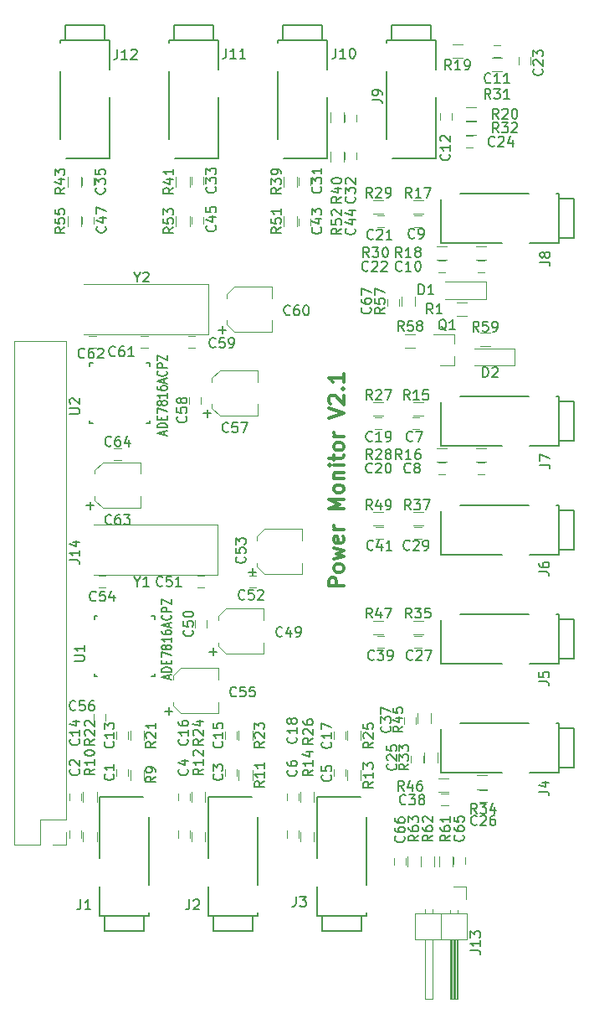
<source format=gbr>
G04 #@! TF.FileFunction,Legend,Top*
%FSLAX46Y46*%
G04 Gerber Fmt 4.6, Leading zero omitted, Abs format (unit mm)*
G04 Created by KiCad (PCBNEW 4.0.7) date 09/09/18 14:05:58*
%MOMM*%
%LPD*%
G01*
G04 APERTURE LIST*
%ADD10C,0.100000*%
%ADD11C,0.300000*%
%ADD12C,0.120000*%
%ADD13C,0.152400*%
%ADD14C,0.127000*%
%ADD15C,0.150000*%
G04 APERTURE END LIST*
D10*
D11*
X62678571Y-92678571D02*
X61178571Y-92678571D01*
X61178571Y-92107143D01*
X61250000Y-91964285D01*
X61321429Y-91892857D01*
X61464286Y-91821428D01*
X61678571Y-91821428D01*
X61821429Y-91892857D01*
X61892857Y-91964285D01*
X61964286Y-92107143D01*
X61964286Y-92678571D01*
X62678571Y-90964285D02*
X62607143Y-91107143D01*
X62535714Y-91178571D01*
X62392857Y-91250000D01*
X61964286Y-91250000D01*
X61821429Y-91178571D01*
X61750000Y-91107143D01*
X61678571Y-90964285D01*
X61678571Y-90750000D01*
X61750000Y-90607143D01*
X61821429Y-90535714D01*
X61964286Y-90464285D01*
X62392857Y-90464285D01*
X62535714Y-90535714D01*
X62607143Y-90607143D01*
X62678571Y-90750000D01*
X62678571Y-90964285D01*
X61678571Y-89964285D02*
X62678571Y-89678571D01*
X61964286Y-89392857D01*
X62678571Y-89107142D01*
X61678571Y-88821428D01*
X62607143Y-87678571D02*
X62678571Y-87821428D01*
X62678571Y-88107142D01*
X62607143Y-88249999D01*
X62464286Y-88321428D01*
X61892857Y-88321428D01*
X61750000Y-88249999D01*
X61678571Y-88107142D01*
X61678571Y-87821428D01*
X61750000Y-87678571D01*
X61892857Y-87607142D01*
X62035714Y-87607142D01*
X62178571Y-88321428D01*
X62678571Y-86964285D02*
X61678571Y-86964285D01*
X61964286Y-86964285D02*
X61821429Y-86892857D01*
X61750000Y-86821428D01*
X61678571Y-86678571D01*
X61678571Y-86535714D01*
X62678571Y-84892857D02*
X61178571Y-84892857D01*
X62250000Y-84392857D01*
X61178571Y-83892857D01*
X62678571Y-83892857D01*
X62678571Y-82964285D02*
X62607143Y-83107143D01*
X62535714Y-83178571D01*
X62392857Y-83250000D01*
X61964286Y-83250000D01*
X61821429Y-83178571D01*
X61750000Y-83107143D01*
X61678571Y-82964285D01*
X61678571Y-82750000D01*
X61750000Y-82607143D01*
X61821429Y-82535714D01*
X61964286Y-82464285D01*
X62392857Y-82464285D01*
X62535714Y-82535714D01*
X62607143Y-82607143D01*
X62678571Y-82750000D01*
X62678571Y-82964285D01*
X61678571Y-81821428D02*
X62678571Y-81821428D01*
X61821429Y-81821428D02*
X61750000Y-81750000D01*
X61678571Y-81607142D01*
X61678571Y-81392857D01*
X61750000Y-81250000D01*
X61892857Y-81178571D01*
X62678571Y-81178571D01*
X62678571Y-80464285D02*
X61678571Y-80464285D01*
X61178571Y-80464285D02*
X61250000Y-80535714D01*
X61321429Y-80464285D01*
X61250000Y-80392857D01*
X61178571Y-80464285D01*
X61321429Y-80464285D01*
X61678571Y-79964285D02*
X61678571Y-79392856D01*
X61178571Y-79749999D02*
X62464286Y-79749999D01*
X62607143Y-79678571D01*
X62678571Y-79535713D01*
X62678571Y-79392856D01*
X62678571Y-78678570D02*
X62607143Y-78821428D01*
X62535714Y-78892856D01*
X62392857Y-78964285D01*
X61964286Y-78964285D01*
X61821429Y-78892856D01*
X61750000Y-78821428D01*
X61678571Y-78678570D01*
X61678571Y-78464285D01*
X61750000Y-78321428D01*
X61821429Y-78249999D01*
X61964286Y-78178570D01*
X62392857Y-78178570D01*
X62535714Y-78249999D01*
X62607143Y-78321428D01*
X62678571Y-78464285D01*
X62678571Y-78678570D01*
X62678571Y-77535713D02*
X61678571Y-77535713D01*
X61964286Y-77535713D02*
X61821429Y-77464285D01*
X61750000Y-77392856D01*
X61678571Y-77249999D01*
X61678571Y-77107142D01*
X61178571Y-75678571D02*
X62678571Y-75178571D01*
X61178571Y-74678571D01*
X61321429Y-74250000D02*
X61250000Y-74178571D01*
X61178571Y-74035714D01*
X61178571Y-73678571D01*
X61250000Y-73535714D01*
X61321429Y-73464285D01*
X61464286Y-73392857D01*
X61607143Y-73392857D01*
X61821429Y-73464285D01*
X62678571Y-74321428D01*
X62678571Y-73392857D01*
X62535714Y-72750000D02*
X62607143Y-72678572D01*
X62678571Y-72750000D01*
X62607143Y-72821429D01*
X62535714Y-72750000D01*
X62678571Y-72750000D01*
X62678571Y-71250000D02*
X62678571Y-72107143D01*
X62678571Y-71678571D02*
X61178571Y-71678571D01*
X61392857Y-71821428D01*
X61535714Y-71964286D01*
X61607143Y-72107143D01*
D12*
X34900000Y-118100000D02*
X34900000Y-117400000D01*
X36100000Y-117400000D02*
X36100000Y-118100000D01*
X45900000Y-118100000D02*
X45900000Y-117400000D01*
X47100000Y-117400000D02*
X47100000Y-118100000D01*
X62850000Y-111150000D02*
X62850000Y-111850000D01*
X61650000Y-111850000D02*
X61650000Y-111150000D01*
X69650000Y-75600000D02*
X70350000Y-75600000D01*
X70350000Y-76800000D02*
X69650000Y-76800000D01*
X76950000Y-81400000D02*
X76250000Y-81400000D01*
X76250000Y-80200000D02*
X76950000Y-80200000D01*
D13*
X37756800Y-95702000D02*
X37452000Y-95702000D01*
X43548000Y-96006800D02*
X43548000Y-95702000D01*
X37452000Y-101493200D02*
X37452000Y-101798000D01*
X43548000Y-101798000D02*
X43548000Y-101493200D01*
X43548000Y-95702000D02*
X43243200Y-95702000D01*
X37452000Y-95702000D02*
X37452000Y-96006800D01*
X37452000Y-101798000D02*
X37756800Y-101798000D01*
X43243200Y-101798000D02*
X43548000Y-101798000D01*
D12*
X37350000Y-91550000D02*
X49950000Y-91550000D01*
X49950000Y-91550000D02*
X49950000Y-86450000D01*
X49950000Y-86450000D02*
X37350000Y-86450000D01*
X69850000Y-55200000D02*
X70550000Y-55200000D01*
X70550000Y-56400000D02*
X69850000Y-56400000D01*
X76950000Y-61000000D02*
X76250000Y-61000000D01*
X76250000Y-59800000D02*
X76950000Y-59800000D01*
X77850000Y-38000000D02*
X78550000Y-38000000D01*
X78550000Y-39200000D02*
X77850000Y-39200000D01*
X72400000Y-45550000D02*
X72400000Y-44850000D01*
X73600000Y-44850000D02*
X73600000Y-45550000D01*
X40850000Y-107400000D02*
X40850000Y-108100000D01*
X39650000Y-108100000D02*
X39650000Y-107400000D01*
X36100000Y-113650000D02*
X36100000Y-114350000D01*
X34900000Y-114350000D02*
X34900000Y-113650000D01*
X51850000Y-107400000D02*
X51850000Y-108100000D01*
X50650000Y-108100000D02*
X50650000Y-107400000D01*
X47100000Y-113650000D02*
X47100000Y-114350000D01*
X45900000Y-114350000D02*
X45900000Y-113650000D01*
X62850000Y-107400000D02*
X62850000Y-108100000D01*
X61650000Y-108100000D02*
X61650000Y-107400000D01*
X58100000Y-113650000D02*
X58100000Y-114350000D01*
X56900000Y-114350000D02*
X56900000Y-113650000D01*
X65850000Y-75600000D02*
X66550000Y-75600000D01*
X66550000Y-76800000D02*
X65850000Y-76800000D01*
X72250000Y-80200000D02*
X72950000Y-80200000D01*
X72950000Y-81400000D02*
X72250000Y-81400000D01*
X66050000Y-55200000D02*
X66750000Y-55200000D01*
X66750000Y-56400000D02*
X66050000Y-56400000D01*
X72250000Y-59800000D02*
X72950000Y-59800000D01*
X72950000Y-61000000D02*
X72250000Y-61000000D01*
X80400000Y-39950000D02*
X80400000Y-39250000D01*
X81600000Y-39250000D02*
X81600000Y-39950000D01*
X75750000Y-48400000D02*
X75050000Y-48400000D01*
X75050000Y-47200000D02*
X75750000Y-47200000D01*
X70700000Y-109850000D02*
X70700000Y-110550000D01*
X69500000Y-110550000D02*
X69500000Y-109850000D01*
X77150000Y-114500000D02*
X76450000Y-114500000D01*
X76450000Y-113300000D02*
X77150000Y-113300000D01*
X70550000Y-98900000D02*
X69850000Y-98900000D01*
X69850000Y-97700000D02*
X70550000Y-97700000D01*
X69850000Y-86700000D02*
X70550000Y-86700000D01*
X70550000Y-87900000D02*
X69850000Y-87900000D01*
X58100000Y-52150000D02*
X58100000Y-51450000D01*
X59300000Y-51450000D02*
X59300000Y-52150000D01*
X64000000Y-45050000D02*
X64000000Y-45750000D01*
X62800000Y-45750000D02*
X62800000Y-45050000D01*
D14*
X38500000Y-126000000D02*
X38500000Y-127500000D01*
X38500000Y-127500000D02*
X42500000Y-127500000D01*
X42500000Y-127500000D02*
X42500000Y-126000000D01*
X38000000Y-126000000D02*
X38500000Y-126000000D01*
X38500000Y-126000000D02*
X42500000Y-126000000D01*
X42500000Y-126000000D02*
X43000000Y-126000000D01*
X38000000Y-126000000D02*
X38000000Y-123010000D01*
X38000000Y-120180000D02*
X38000000Y-114000000D01*
X38000000Y-114000000D02*
X42400000Y-114000000D01*
X43000000Y-115980000D02*
X43000000Y-122880000D01*
X43000000Y-126000000D02*
X43000000Y-125690000D01*
X49500000Y-126000000D02*
X49500000Y-127500000D01*
X49500000Y-127500000D02*
X53500000Y-127500000D01*
X53500000Y-127500000D02*
X53500000Y-126000000D01*
X49000000Y-126000000D02*
X49500000Y-126000000D01*
X49500000Y-126000000D02*
X53500000Y-126000000D01*
X53500000Y-126000000D02*
X54000000Y-126000000D01*
X49000000Y-126000000D02*
X49000000Y-123010000D01*
X49000000Y-120180000D02*
X49000000Y-114000000D01*
X49000000Y-114000000D02*
X53400000Y-114000000D01*
X54000000Y-115980000D02*
X54000000Y-122880000D01*
X54000000Y-126000000D02*
X54000000Y-125690000D01*
X60500000Y-126000000D02*
X60500000Y-127500000D01*
X60500000Y-127500000D02*
X64500000Y-127500000D01*
X64500000Y-127500000D02*
X64500000Y-126000000D01*
X60000000Y-126000000D02*
X60500000Y-126000000D01*
X60500000Y-126000000D02*
X64500000Y-126000000D01*
X64500000Y-126000000D02*
X65000000Y-126000000D01*
X60000000Y-126000000D02*
X60000000Y-123010000D01*
X60000000Y-120180000D02*
X60000000Y-114000000D01*
X60000000Y-114000000D02*
X64400000Y-114000000D01*
X65000000Y-115980000D02*
X65000000Y-122880000D01*
X65000000Y-126000000D02*
X65000000Y-125690000D01*
X84500000Y-111000000D02*
X86000000Y-111000000D01*
X86000000Y-111000000D02*
X86000000Y-107000000D01*
X86000000Y-107000000D02*
X84500000Y-107000000D01*
X84500000Y-111500000D02*
X84500000Y-111000000D01*
X84500000Y-111000000D02*
X84500000Y-107000000D01*
X84500000Y-107000000D02*
X84500000Y-106500000D01*
X84500000Y-111500000D02*
X81510000Y-111500000D01*
X78680000Y-111500000D02*
X72500000Y-111500000D01*
X72500000Y-111500000D02*
X72500000Y-107100000D01*
X74480000Y-106500000D02*
X81380000Y-106500000D01*
X84500000Y-106500000D02*
X84190000Y-106500000D01*
X84500000Y-100000000D02*
X86000000Y-100000000D01*
X86000000Y-100000000D02*
X86000000Y-96000000D01*
X86000000Y-96000000D02*
X84500000Y-96000000D01*
X84500000Y-100500000D02*
X84500000Y-100000000D01*
X84500000Y-100000000D02*
X84500000Y-96000000D01*
X84500000Y-96000000D02*
X84500000Y-95500000D01*
X84500000Y-100500000D02*
X81510000Y-100500000D01*
X78680000Y-100500000D02*
X72500000Y-100500000D01*
X72500000Y-100500000D02*
X72500000Y-96100000D01*
X74480000Y-95500000D02*
X81380000Y-95500000D01*
X84500000Y-95500000D02*
X84190000Y-95500000D01*
X84500000Y-89000000D02*
X86000000Y-89000000D01*
X86000000Y-89000000D02*
X86000000Y-85000000D01*
X86000000Y-85000000D02*
X84500000Y-85000000D01*
X84500000Y-89500000D02*
X84500000Y-89000000D01*
X84500000Y-89000000D02*
X84500000Y-85000000D01*
X84500000Y-85000000D02*
X84500000Y-84500000D01*
X84500000Y-89500000D02*
X81510000Y-89500000D01*
X78680000Y-89500000D02*
X72500000Y-89500000D01*
X72500000Y-89500000D02*
X72500000Y-85100000D01*
X74480000Y-84500000D02*
X81380000Y-84500000D01*
X84500000Y-84500000D02*
X84190000Y-84500000D01*
D12*
X41070000Y-112250000D02*
X41070000Y-111250000D01*
X42430000Y-111250000D02*
X42430000Y-112250000D01*
X36320000Y-118500000D02*
X36320000Y-117500000D01*
X37680000Y-117500000D02*
X37680000Y-118500000D01*
X52070000Y-112250000D02*
X52070000Y-111250000D01*
X53430000Y-111250000D02*
X53430000Y-112250000D01*
X47320000Y-118500000D02*
X47320000Y-117500000D01*
X48680000Y-117500000D02*
X48680000Y-118500000D01*
X63070000Y-112250000D02*
X63070000Y-111250000D01*
X64430000Y-111250000D02*
X64430000Y-112250000D01*
X58320000Y-118500000D02*
X58320000Y-117500000D01*
X59680000Y-117500000D02*
X59680000Y-118500000D01*
X70700000Y-75480000D02*
X69700000Y-75480000D01*
X69700000Y-74120000D02*
X70700000Y-74120000D01*
X77100000Y-80080000D02*
X76100000Y-80080000D01*
X76100000Y-78720000D02*
X77100000Y-78720000D01*
X70700000Y-55080000D02*
X69700000Y-55080000D01*
X69700000Y-53720000D02*
X70700000Y-53720000D01*
X77100000Y-59680000D02*
X76100000Y-59680000D01*
X76100000Y-58320000D02*
X77100000Y-58320000D01*
X73700000Y-37920000D02*
X74700000Y-37920000D01*
X74700000Y-39280000D02*
X73700000Y-39280000D01*
X75100000Y-44320000D02*
X76100000Y-44320000D01*
X76100000Y-45680000D02*
X75100000Y-45680000D01*
X41070000Y-108250000D02*
X41070000Y-107250000D01*
X42430000Y-107250000D02*
X42430000Y-108250000D01*
X36320000Y-114500000D02*
X36320000Y-113500000D01*
X37680000Y-113500000D02*
X37680000Y-114500000D01*
X52070000Y-108250000D02*
X52070000Y-107250000D01*
X53430000Y-107250000D02*
X53430000Y-108250000D01*
X47320000Y-114500000D02*
X47320000Y-113500000D01*
X48680000Y-113500000D02*
X48680000Y-114500000D01*
X63070000Y-108250000D02*
X63070000Y-107250000D01*
X64430000Y-107250000D02*
X64430000Y-108250000D01*
X58320000Y-114500000D02*
X58320000Y-113500000D01*
X59680000Y-113500000D02*
X59680000Y-114500000D01*
X47300000Y-52050000D02*
X47300000Y-51350000D01*
X48500000Y-51350000D02*
X48500000Y-52050000D01*
X36200000Y-52150000D02*
X36200000Y-51450000D01*
X37400000Y-51450000D02*
X37400000Y-52150000D01*
X70000000Y-105950000D02*
X70000000Y-106650000D01*
X68800000Y-106650000D02*
X68800000Y-105950000D01*
X72550000Y-113600000D02*
X73250000Y-113600000D01*
X73250000Y-114800000D02*
X72550000Y-114800000D01*
X66050000Y-97700000D02*
X66750000Y-97700000D01*
X66750000Y-98900000D02*
X66050000Y-98900000D01*
X65950000Y-86700000D02*
X66650000Y-86700000D01*
X66650000Y-87900000D02*
X65950000Y-87900000D01*
X58100000Y-56250000D02*
X58100000Y-55550000D01*
X59300000Y-55550000D02*
X59300000Y-56250000D01*
X62800000Y-49550000D02*
X62800000Y-48850000D01*
X64000000Y-48850000D02*
X64000000Y-49550000D01*
X47300000Y-56050000D02*
X47300000Y-55350000D01*
X48500000Y-55350000D02*
X48500000Y-56050000D01*
X36200000Y-56050000D02*
X36200000Y-55350000D01*
X37400000Y-55350000D02*
X37400000Y-56050000D01*
X47650000Y-96850000D02*
X47650000Y-96150000D01*
X48850000Y-96150000D02*
X48850000Y-96850000D01*
X47900000Y-91650000D02*
X48600000Y-91650000D01*
X48600000Y-92850000D02*
X47900000Y-92850000D01*
X53150000Y-91650000D02*
X53850000Y-91650000D01*
X53850000Y-92850000D02*
X53150000Y-92850000D01*
X38600000Y-92850000D02*
X37900000Y-92850000D01*
X37900000Y-91650000D02*
X38600000Y-91650000D01*
X38550000Y-105600000D02*
X38550000Y-106300000D01*
X37350000Y-106300000D02*
X37350000Y-105600000D01*
D14*
X84500000Y-57500000D02*
X86000000Y-57500000D01*
X86000000Y-57500000D02*
X86000000Y-53500000D01*
X86000000Y-53500000D02*
X84500000Y-53500000D01*
X84500000Y-58000000D02*
X84500000Y-57500000D01*
X84500000Y-57500000D02*
X84500000Y-53500000D01*
X84500000Y-53500000D02*
X84500000Y-53000000D01*
X84500000Y-58000000D02*
X81510000Y-58000000D01*
X78680000Y-58000000D02*
X72500000Y-58000000D01*
X72500000Y-58000000D02*
X72500000Y-53600000D01*
X74480000Y-53000000D02*
X81380000Y-53000000D01*
X84500000Y-53000000D02*
X84190000Y-53000000D01*
X71500000Y-37500000D02*
X71500000Y-36000000D01*
X71500000Y-36000000D02*
X67500000Y-36000000D01*
X67500000Y-36000000D02*
X67500000Y-37500000D01*
X72000000Y-37500000D02*
X71500000Y-37500000D01*
X71500000Y-37500000D02*
X67500000Y-37500000D01*
X67500000Y-37500000D02*
X67000000Y-37500000D01*
X72000000Y-37500000D02*
X72000000Y-40490000D01*
X72000000Y-43320000D02*
X72000000Y-49500000D01*
X72000000Y-49500000D02*
X67600000Y-49500000D01*
X67000000Y-47520000D02*
X67000000Y-40620000D01*
X67000000Y-37500000D02*
X67000000Y-37810000D01*
X60500000Y-37500000D02*
X60500000Y-36000000D01*
X60500000Y-36000000D02*
X56500000Y-36000000D01*
X56500000Y-36000000D02*
X56500000Y-37500000D01*
X61000000Y-37500000D02*
X60500000Y-37500000D01*
X60500000Y-37500000D02*
X56500000Y-37500000D01*
X56500000Y-37500000D02*
X56000000Y-37500000D01*
X61000000Y-37500000D02*
X61000000Y-40490000D01*
X61000000Y-43320000D02*
X61000000Y-49500000D01*
X61000000Y-49500000D02*
X56600000Y-49500000D01*
X56000000Y-47520000D02*
X56000000Y-40620000D01*
X56000000Y-37500000D02*
X56000000Y-37810000D01*
X49500000Y-37500000D02*
X49500000Y-36000000D01*
X49500000Y-36000000D02*
X45500000Y-36000000D01*
X45500000Y-36000000D02*
X45500000Y-37500000D01*
X50000000Y-37500000D02*
X49500000Y-37500000D01*
X49500000Y-37500000D02*
X45500000Y-37500000D01*
X45500000Y-37500000D02*
X45000000Y-37500000D01*
X50000000Y-37500000D02*
X50000000Y-40490000D01*
X50000000Y-43320000D02*
X50000000Y-49500000D01*
X50000000Y-49500000D02*
X45600000Y-49500000D01*
X45000000Y-47520000D02*
X45000000Y-40620000D01*
X45000000Y-37500000D02*
X45000000Y-37810000D01*
X38500000Y-37500000D02*
X38500000Y-36000000D01*
X38500000Y-36000000D02*
X34500000Y-36000000D01*
X34500000Y-36000000D02*
X34500000Y-37500000D01*
X39000000Y-37500000D02*
X38500000Y-37500000D01*
X38500000Y-37500000D02*
X34500000Y-37500000D01*
X34500000Y-37500000D02*
X34000000Y-37500000D01*
X39000000Y-37500000D02*
X39000000Y-40490000D01*
X39000000Y-43320000D02*
X39000000Y-49500000D01*
X39000000Y-49500000D02*
X34600000Y-49500000D01*
X34000000Y-47520000D02*
X34000000Y-40620000D01*
X34000000Y-37500000D02*
X34000000Y-37810000D01*
D12*
X66700000Y-75480000D02*
X65700000Y-75480000D01*
X65700000Y-74120000D02*
X66700000Y-74120000D01*
X73100000Y-80080000D02*
X72100000Y-80080000D01*
X72100000Y-78720000D02*
X73100000Y-78720000D01*
X66700000Y-55080000D02*
X65700000Y-55080000D01*
X65700000Y-53720000D02*
X66700000Y-53720000D01*
X73100000Y-59680000D02*
X72100000Y-59680000D01*
X72100000Y-58320000D02*
X73100000Y-58320000D01*
X77700000Y-39320000D02*
X78700000Y-39320000D01*
X78700000Y-40680000D02*
X77700000Y-40680000D01*
X75100000Y-45720000D02*
X76100000Y-45720000D01*
X76100000Y-47080000D02*
X75100000Y-47080000D01*
X70820000Y-110500000D02*
X70820000Y-109500000D01*
X72180000Y-109500000D02*
X72180000Y-110500000D01*
X77200000Y-113180000D02*
X76200000Y-113180000D01*
X76200000Y-111820000D02*
X77200000Y-111820000D01*
X70700000Y-97580000D02*
X69700000Y-97580000D01*
X69700000Y-96220000D02*
X70700000Y-96220000D01*
X70700000Y-86580000D02*
X69700000Y-86580000D01*
X69700000Y-85220000D02*
X70700000Y-85220000D01*
X57980000Y-51300000D02*
X57980000Y-52300000D01*
X56620000Y-52300000D02*
X56620000Y-51300000D01*
X62680000Y-44800000D02*
X62680000Y-45800000D01*
X61320000Y-45800000D02*
X61320000Y-44800000D01*
X47080000Y-51300000D02*
X47080000Y-52300000D01*
X45720000Y-52300000D02*
X45720000Y-51300000D01*
X36080000Y-51300000D02*
X36080000Y-52300000D01*
X34720000Y-52300000D02*
X34720000Y-51300000D01*
X70120000Y-106500000D02*
X70120000Y-105500000D01*
X71480000Y-105500000D02*
X71480000Y-106500000D01*
X73300000Y-113480000D02*
X72300000Y-113480000D01*
X72300000Y-112120000D02*
X73300000Y-112120000D01*
X66700000Y-97580000D02*
X65700000Y-97580000D01*
X65700000Y-96220000D02*
X66700000Y-96220000D01*
X66700000Y-86580000D02*
X65700000Y-86580000D01*
X65700000Y-85220000D02*
X66700000Y-85220000D01*
D13*
X37256800Y-70152000D02*
X36952000Y-70152000D01*
X43048000Y-70456800D02*
X43048000Y-70152000D01*
X36952000Y-75943200D02*
X36952000Y-76248000D01*
X43048000Y-76248000D02*
X43048000Y-75943200D01*
X43048000Y-70152000D02*
X42743200Y-70152000D01*
X36952000Y-70152000D02*
X36952000Y-70456800D01*
X36952000Y-76248000D02*
X37256800Y-76248000D01*
X42743200Y-76248000D02*
X43048000Y-76248000D01*
D12*
X49360000Y-71630000D02*
X49360000Y-72030000D01*
X53940000Y-70860000D02*
X53940000Y-72030000D01*
X53940000Y-75440000D02*
X53940000Y-74270000D01*
X49360000Y-74670000D02*
X49360000Y-74270000D01*
X50130000Y-75440000D02*
X53940000Y-75440000D01*
X50130000Y-75440000D02*
X49360000Y-74670000D01*
X50130000Y-70860000D02*
X53940000Y-70860000D01*
X50130000Y-70860000D02*
X49360000Y-71630000D01*
X48200000Y-73600000D02*
X48200000Y-74300000D01*
X47000000Y-74300000D02*
X47000000Y-73600000D01*
X37610000Y-68590000D02*
X36910000Y-68590000D01*
X36910000Y-67390000D02*
X37610000Y-67390000D01*
X39450000Y-78750000D02*
X40150000Y-78750000D01*
X40150000Y-79950000D02*
X39450000Y-79950000D01*
D14*
X84500000Y-78000000D02*
X86000000Y-78000000D01*
X86000000Y-78000000D02*
X86000000Y-74000000D01*
X86000000Y-74000000D02*
X84500000Y-74000000D01*
X84500000Y-78500000D02*
X84500000Y-78000000D01*
X84500000Y-78000000D02*
X84500000Y-74000000D01*
X84500000Y-74000000D02*
X84500000Y-73500000D01*
X84500000Y-78500000D02*
X81510000Y-78500000D01*
X78680000Y-78500000D02*
X72500000Y-78500000D01*
X72500000Y-78500000D02*
X72500000Y-74100000D01*
X74480000Y-73500000D02*
X81380000Y-73500000D01*
X84500000Y-73500000D02*
X84190000Y-73500000D01*
D12*
X36350000Y-67270000D02*
X48950000Y-67270000D01*
X48950000Y-67270000D02*
X48950000Y-62170000D01*
X48950000Y-62170000D02*
X36350000Y-62170000D01*
X75130000Y-125740000D02*
X69930000Y-125740000D01*
X69930000Y-125740000D02*
X69930000Y-128400000D01*
X69930000Y-128400000D02*
X75130000Y-128400000D01*
X75130000Y-128400000D02*
X75130000Y-125740000D01*
X74180000Y-128400000D02*
X74180000Y-134400000D01*
X74180000Y-134400000D02*
X73420000Y-134400000D01*
X73420000Y-134400000D02*
X73420000Y-128400000D01*
X74120000Y-128400000D02*
X74120000Y-134400000D01*
X74000000Y-128400000D02*
X74000000Y-134400000D01*
X73880000Y-128400000D02*
X73880000Y-134400000D01*
X73760000Y-128400000D02*
X73760000Y-134400000D01*
X73640000Y-128400000D02*
X73640000Y-134400000D01*
X73520000Y-128400000D02*
X73520000Y-134400000D01*
X74180000Y-125410000D02*
X74180000Y-125740000D01*
X73420000Y-125410000D02*
X73420000Y-125740000D01*
X72530000Y-125740000D02*
X72530000Y-128400000D01*
X71640000Y-128400000D02*
X71640000Y-134400000D01*
X71640000Y-134400000D02*
X70880000Y-134400000D01*
X70880000Y-134400000D02*
X70880000Y-128400000D01*
X71640000Y-125342929D02*
X71640000Y-125740000D01*
X70880000Y-125342929D02*
X70880000Y-125740000D01*
X73800000Y-123030000D02*
X75070000Y-123030000D01*
X75070000Y-123030000D02*
X75070000Y-124300000D01*
X34580000Y-67910000D02*
X29380000Y-67910000D01*
X34580000Y-116230000D02*
X34580000Y-67910000D01*
X29380000Y-118830000D02*
X29380000Y-67910000D01*
X34580000Y-116230000D02*
X31980000Y-116230000D01*
X31980000Y-116230000D02*
X31980000Y-118830000D01*
X31980000Y-118830000D02*
X29380000Y-118830000D01*
X34580000Y-117500000D02*
X34580000Y-118830000D01*
X34580000Y-118830000D02*
X33250000Y-118830000D01*
X77050000Y-63650000D02*
X77050000Y-61950000D01*
X77000000Y-61950000D02*
X72950000Y-61950000D01*
X77000000Y-63650000D02*
X72950000Y-63650000D01*
X40850000Y-111150000D02*
X40850000Y-111850000D01*
X39650000Y-111850000D02*
X39650000Y-111150000D01*
X51850000Y-111150000D02*
X51850000Y-111850000D01*
X50650000Y-111850000D02*
X50650000Y-111150000D01*
X56900000Y-118100000D02*
X56900000Y-117400000D01*
X58100000Y-117400000D02*
X58100000Y-118100000D01*
X49960000Y-95730000D02*
X49960000Y-96130000D01*
X54540000Y-94960000D02*
X54540000Y-96130000D01*
X54540000Y-99540000D02*
X54540000Y-98370000D01*
X49960000Y-98770000D02*
X49960000Y-98370000D01*
X50730000Y-99540000D02*
X54540000Y-99540000D01*
X50730000Y-99540000D02*
X49960000Y-98770000D01*
X50730000Y-94960000D02*
X54540000Y-94960000D01*
X50730000Y-94960000D02*
X49960000Y-95730000D01*
X53910000Y-87680000D02*
X53910000Y-88080000D01*
X58490000Y-86910000D02*
X58490000Y-88080000D01*
X58490000Y-91490000D02*
X58490000Y-90320000D01*
X53910000Y-90720000D02*
X53910000Y-90320000D01*
X54680000Y-91490000D02*
X58490000Y-91490000D01*
X54680000Y-91490000D02*
X53910000Y-90720000D01*
X54680000Y-86910000D02*
X58490000Y-86910000D01*
X54680000Y-86910000D02*
X53910000Y-87680000D01*
X45460000Y-101730000D02*
X45460000Y-102130000D01*
X50040000Y-100960000D02*
X50040000Y-102130000D01*
X50040000Y-105540000D02*
X50040000Y-104370000D01*
X45460000Y-104770000D02*
X45460000Y-104370000D01*
X46230000Y-105540000D02*
X50040000Y-105540000D01*
X46230000Y-105540000D02*
X45460000Y-104770000D01*
X46230000Y-100960000D02*
X50040000Y-100960000D01*
X46230000Y-100960000D02*
X45460000Y-101730000D01*
X46910000Y-67400000D02*
X47610000Y-67400000D01*
X47610000Y-68600000D02*
X46910000Y-68600000D01*
X50860000Y-63180000D02*
X50860000Y-63580000D01*
X55440000Y-62410000D02*
X55440000Y-63580000D01*
X55440000Y-66990000D02*
X55440000Y-65820000D01*
X50860000Y-66220000D02*
X50860000Y-65820000D01*
X51630000Y-66990000D02*
X55440000Y-66990000D01*
X51630000Y-66990000D02*
X50860000Y-66220000D01*
X51630000Y-62410000D02*
X55440000Y-62410000D01*
X51630000Y-62410000D02*
X50860000Y-63180000D01*
X42150000Y-67400000D02*
X42850000Y-67400000D01*
X42850000Y-68600000D02*
X42150000Y-68600000D01*
X37510000Y-80930000D02*
X37510000Y-81330000D01*
X42090000Y-80160000D02*
X42090000Y-81330000D01*
X42090000Y-84740000D02*
X42090000Y-83570000D01*
X37510000Y-83970000D02*
X37510000Y-83570000D01*
X38280000Y-84740000D02*
X42090000Y-84740000D01*
X38280000Y-84740000D02*
X37510000Y-83970000D01*
X38280000Y-80160000D02*
X42090000Y-80160000D01*
X38280000Y-80160000D02*
X37510000Y-80930000D01*
X57980000Y-55300000D02*
X57980000Y-56300000D01*
X56620000Y-56300000D02*
X56620000Y-55300000D01*
X62680000Y-48800000D02*
X62680000Y-49800000D01*
X61320000Y-49800000D02*
X61320000Y-48800000D01*
X47080000Y-55300000D02*
X47080000Y-56300000D01*
X45720000Y-56300000D02*
X45720000Y-55300000D01*
X36080000Y-55300000D02*
X36080000Y-56300000D01*
X34720000Y-56300000D02*
X34720000Y-55300000D01*
X68520000Y-64400000D02*
X68520000Y-63400000D01*
X69880000Y-63400000D02*
X69880000Y-64400000D01*
X69900000Y-68580000D02*
X68900000Y-68580000D01*
X68900000Y-67220000D02*
X69900000Y-67220000D01*
X75000000Y-120050000D02*
X75000000Y-120750000D01*
X73800000Y-120750000D02*
X73800000Y-120050000D01*
X69000000Y-120150000D02*
X69000000Y-120850000D01*
X67800000Y-120850000D02*
X67800000Y-120150000D01*
X72320000Y-121000000D02*
X72320000Y-120000000D01*
X73680000Y-120000000D02*
X73680000Y-121000000D01*
X70520000Y-121000000D02*
X70520000Y-120000000D01*
X71880000Y-120000000D02*
X71880000Y-121000000D01*
X70480000Y-120000000D02*
X70480000Y-121000000D01*
X69120000Y-121000000D02*
X69120000Y-120000000D01*
X76500000Y-67070000D02*
X77500000Y-67070000D01*
X77500000Y-68430000D02*
X76500000Y-68430000D01*
X80000000Y-70350000D02*
X80000000Y-68650000D01*
X79950000Y-68650000D02*
X75900000Y-68650000D01*
X79950000Y-70350000D02*
X75900000Y-70350000D01*
X73910000Y-70380000D02*
X73910000Y-69450000D01*
X73910000Y-67220000D02*
X73910000Y-68150000D01*
X73910000Y-67220000D02*
X71750000Y-67220000D01*
X73910000Y-70380000D02*
X72450000Y-70380000D01*
X74150000Y-64020000D02*
X75150000Y-64020000D01*
X75150000Y-65380000D02*
X74150000Y-65380000D01*
X68300000Y-63650000D02*
X68300000Y-64350000D01*
X67100000Y-64350000D02*
X67100000Y-63650000D01*
D15*
X35857143Y-111166666D02*
X35904762Y-111214285D01*
X35952381Y-111357142D01*
X35952381Y-111452380D01*
X35904762Y-111595238D01*
X35809524Y-111690476D01*
X35714286Y-111738095D01*
X35523810Y-111785714D01*
X35380952Y-111785714D01*
X35190476Y-111738095D01*
X35095238Y-111690476D01*
X35000000Y-111595238D01*
X34952381Y-111452380D01*
X34952381Y-111357142D01*
X35000000Y-111214285D01*
X35047619Y-111166666D01*
X35047619Y-110785714D02*
X35000000Y-110738095D01*
X34952381Y-110642857D01*
X34952381Y-110404761D01*
X35000000Y-110309523D01*
X35047619Y-110261904D01*
X35142857Y-110214285D01*
X35238095Y-110214285D01*
X35380952Y-110261904D01*
X35952381Y-110833333D01*
X35952381Y-110214285D01*
X46857143Y-111166666D02*
X46904762Y-111214285D01*
X46952381Y-111357142D01*
X46952381Y-111452380D01*
X46904762Y-111595238D01*
X46809524Y-111690476D01*
X46714286Y-111738095D01*
X46523810Y-111785714D01*
X46380952Y-111785714D01*
X46190476Y-111738095D01*
X46095238Y-111690476D01*
X46000000Y-111595238D01*
X45952381Y-111452380D01*
X45952381Y-111357142D01*
X46000000Y-111214285D01*
X46047619Y-111166666D01*
X46285714Y-110309523D02*
X46952381Y-110309523D01*
X45904762Y-110547619D02*
X46619048Y-110785714D01*
X46619048Y-110166666D01*
X61357143Y-111766666D02*
X61404762Y-111814285D01*
X61452381Y-111957142D01*
X61452381Y-112052380D01*
X61404762Y-112195238D01*
X61309524Y-112290476D01*
X61214286Y-112338095D01*
X61023810Y-112385714D01*
X60880952Y-112385714D01*
X60690476Y-112338095D01*
X60595238Y-112290476D01*
X60500000Y-112195238D01*
X60452381Y-112052380D01*
X60452381Y-111957142D01*
X60500000Y-111814285D01*
X60547619Y-111766666D01*
X60452381Y-110861904D02*
X60452381Y-111338095D01*
X60928571Y-111385714D01*
X60880952Y-111338095D01*
X60833333Y-111242857D01*
X60833333Y-111004761D01*
X60880952Y-110909523D01*
X60928571Y-110861904D01*
X61023810Y-110814285D01*
X61261905Y-110814285D01*
X61357143Y-110861904D01*
X61404762Y-110909523D01*
X61452381Y-111004761D01*
X61452381Y-111242857D01*
X61404762Y-111338095D01*
X61357143Y-111385714D01*
X69633334Y-77957143D02*
X69585715Y-78004762D01*
X69442858Y-78052381D01*
X69347620Y-78052381D01*
X69204762Y-78004762D01*
X69109524Y-77909524D01*
X69061905Y-77814286D01*
X69014286Y-77623810D01*
X69014286Y-77480952D01*
X69061905Y-77290476D01*
X69109524Y-77195238D01*
X69204762Y-77100000D01*
X69347620Y-77052381D01*
X69442858Y-77052381D01*
X69585715Y-77100000D01*
X69633334Y-77147619D01*
X69966667Y-77052381D02*
X70633334Y-77052381D01*
X70204762Y-78052381D01*
X69433334Y-81157143D02*
X69385715Y-81204762D01*
X69242858Y-81252381D01*
X69147620Y-81252381D01*
X69004762Y-81204762D01*
X68909524Y-81109524D01*
X68861905Y-81014286D01*
X68814286Y-80823810D01*
X68814286Y-80680952D01*
X68861905Y-80490476D01*
X68909524Y-80395238D01*
X69004762Y-80300000D01*
X69147620Y-80252381D01*
X69242858Y-80252381D01*
X69385715Y-80300000D01*
X69433334Y-80347619D01*
X70004762Y-80680952D02*
X69909524Y-80633333D01*
X69861905Y-80585714D01*
X69814286Y-80490476D01*
X69814286Y-80442857D01*
X69861905Y-80347619D01*
X69909524Y-80300000D01*
X70004762Y-80252381D01*
X70195239Y-80252381D01*
X70290477Y-80300000D01*
X70338096Y-80347619D01*
X70385715Y-80442857D01*
X70385715Y-80490476D01*
X70338096Y-80585714D01*
X70290477Y-80633333D01*
X70195239Y-80680952D01*
X70004762Y-80680952D01*
X69909524Y-80728571D01*
X69861905Y-80776190D01*
X69814286Y-80871429D01*
X69814286Y-81061905D01*
X69861905Y-81157143D01*
X69909524Y-81204762D01*
X70004762Y-81252381D01*
X70195239Y-81252381D01*
X70290477Y-81204762D01*
X70338096Y-81157143D01*
X70385715Y-81061905D01*
X70385715Y-80871429D01*
X70338096Y-80776190D01*
X70290477Y-80728571D01*
X70195239Y-80680952D01*
X35452381Y-100261905D02*
X36261905Y-100261905D01*
X36357143Y-100214286D01*
X36404762Y-100166667D01*
X36452381Y-100071429D01*
X36452381Y-99880952D01*
X36404762Y-99785714D01*
X36357143Y-99738095D01*
X36261905Y-99690476D01*
X35452381Y-99690476D01*
X36452381Y-98690476D02*
X36452381Y-99261905D01*
X36452381Y-98976191D02*
X35452381Y-98976191D01*
X35595238Y-99071429D01*
X35690476Y-99166667D01*
X35738095Y-99261905D01*
X44966667Y-102050000D02*
X44966667Y-101669048D01*
X45252381Y-102126191D02*
X44252381Y-101859524D01*
X45252381Y-101592857D01*
X45252381Y-101326191D02*
X44252381Y-101326191D01*
X44252381Y-101135715D01*
X44300000Y-101021429D01*
X44395238Y-100945238D01*
X44490476Y-100907143D01*
X44680952Y-100869048D01*
X44823810Y-100869048D01*
X45014286Y-100907143D01*
X45109524Y-100945238D01*
X45204762Y-101021429D01*
X45252381Y-101135715D01*
X45252381Y-101326191D01*
X44728571Y-100526191D02*
X44728571Y-100259524D01*
X45252381Y-100145238D02*
X45252381Y-100526191D01*
X44252381Y-100526191D01*
X44252381Y-100145238D01*
X44252381Y-99878571D02*
X44252381Y-99345238D01*
X45252381Y-99688095D01*
X44680952Y-98926190D02*
X44633333Y-99002381D01*
X44585714Y-99040476D01*
X44490476Y-99078571D01*
X44442857Y-99078571D01*
X44347619Y-99040476D01*
X44300000Y-99002381D01*
X44252381Y-98926190D01*
X44252381Y-98773809D01*
X44300000Y-98697619D01*
X44347619Y-98659523D01*
X44442857Y-98621428D01*
X44490476Y-98621428D01*
X44585714Y-98659523D01*
X44633333Y-98697619D01*
X44680952Y-98773809D01*
X44680952Y-98926190D01*
X44728571Y-99002381D01*
X44776190Y-99040476D01*
X44871429Y-99078571D01*
X45061905Y-99078571D01*
X45157143Y-99040476D01*
X45204762Y-99002381D01*
X45252381Y-98926190D01*
X45252381Y-98773809D01*
X45204762Y-98697619D01*
X45157143Y-98659523D01*
X45061905Y-98621428D01*
X44871429Y-98621428D01*
X44776190Y-98659523D01*
X44728571Y-98697619D01*
X44680952Y-98773809D01*
X45252381Y-97859523D02*
X45252381Y-98316666D01*
X45252381Y-98088095D02*
X44252381Y-98088095D01*
X44395238Y-98164285D01*
X44490476Y-98240476D01*
X44538095Y-98316666D01*
X44252381Y-97173809D02*
X44252381Y-97326190D01*
X44300000Y-97402380D01*
X44347619Y-97440475D01*
X44490476Y-97516666D01*
X44680952Y-97554761D01*
X45061905Y-97554761D01*
X45157143Y-97516666D01*
X45204762Y-97478571D01*
X45252381Y-97402380D01*
X45252381Y-97249999D01*
X45204762Y-97173809D01*
X45157143Y-97135713D01*
X45061905Y-97097618D01*
X44823810Y-97097618D01*
X44728571Y-97135713D01*
X44680952Y-97173809D01*
X44633333Y-97249999D01*
X44633333Y-97402380D01*
X44680952Y-97478571D01*
X44728571Y-97516666D01*
X44823810Y-97554761D01*
X44966667Y-96792856D02*
X44966667Y-96411904D01*
X45252381Y-96869047D02*
X44252381Y-96602380D01*
X45252381Y-96335713D01*
X45157143Y-95611904D02*
X45204762Y-95649999D01*
X45252381Y-95764285D01*
X45252381Y-95840475D01*
X45204762Y-95954761D01*
X45109524Y-96030952D01*
X45014286Y-96069047D01*
X44823810Y-96107142D01*
X44680952Y-96107142D01*
X44490476Y-96069047D01*
X44395238Y-96030952D01*
X44300000Y-95954761D01*
X44252381Y-95840475D01*
X44252381Y-95764285D01*
X44300000Y-95649999D01*
X44347619Y-95611904D01*
X45252381Y-95269047D02*
X44252381Y-95269047D01*
X44252381Y-94964285D01*
X44300000Y-94888094D01*
X44347619Y-94849999D01*
X44442857Y-94811904D01*
X44585714Y-94811904D01*
X44680952Y-94849999D01*
X44728571Y-94888094D01*
X44776190Y-94964285D01*
X44776190Y-95269047D01*
X44252381Y-94545237D02*
X44252381Y-94011904D01*
X45252381Y-94545237D01*
X45252381Y-94011904D01*
X41773809Y-92226190D02*
X41773809Y-92702381D01*
X41440476Y-91702381D02*
X41773809Y-92226190D01*
X42107143Y-91702381D01*
X42964286Y-92702381D02*
X42392857Y-92702381D01*
X42678571Y-92702381D02*
X42678571Y-91702381D01*
X42583333Y-91845238D01*
X42488095Y-91940476D01*
X42392857Y-91988095D01*
X69833334Y-57457143D02*
X69785715Y-57504762D01*
X69642858Y-57552381D01*
X69547620Y-57552381D01*
X69404762Y-57504762D01*
X69309524Y-57409524D01*
X69261905Y-57314286D01*
X69214286Y-57123810D01*
X69214286Y-56980952D01*
X69261905Y-56790476D01*
X69309524Y-56695238D01*
X69404762Y-56600000D01*
X69547620Y-56552381D01*
X69642858Y-56552381D01*
X69785715Y-56600000D01*
X69833334Y-56647619D01*
X70309524Y-57552381D02*
X70500000Y-57552381D01*
X70595239Y-57504762D01*
X70642858Y-57457143D01*
X70738096Y-57314286D01*
X70785715Y-57123810D01*
X70785715Y-56742857D01*
X70738096Y-56647619D01*
X70690477Y-56600000D01*
X70595239Y-56552381D01*
X70404762Y-56552381D01*
X70309524Y-56600000D01*
X70261905Y-56647619D01*
X70214286Y-56742857D01*
X70214286Y-56980952D01*
X70261905Y-57076190D01*
X70309524Y-57123810D01*
X70404762Y-57171429D01*
X70595239Y-57171429D01*
X70690477Y-57123810D01*
X70738096Y-57076190D01*
X70785715Y-56980952D01*
X68557143Y-60757143D02*
X68509524Y-60804762D01*
X68366667Y-60852381D01*
X68271429Y-60852381D01*
X68128571Y-60804762D01*
X68033333Y-60709524D01*
X67985714Y-60614286D01*
X67938095Y-60423810D01*
X67938095Y-60280952D01*
X67985714Y-60090476D01*
X68033333Y-59995238D01*
X68128571Y-59900000D01*
X68271429Y-59852381D01*
X68366667Y-59852381D01*
X68509524Y-59900000D01*
X68557143Y-59947619D01*
X69509524Y-60852381D02*
X68938095Y-60852381D01*
X69223809Y-60852381D02*
X69223809Y-59852381D01*
X69128571Y-59995238D01*
X69033333Y-60090476D01*
X68938095Y-60138095D01*
X70128571Y-59852381D02*
X70223810Y-59852381D01*
X70319048Y-59900000D01*
X70366667Y-59947619D01*
X70414286Y-60042857D01*
X70461905Y-60233333D01*
X70461905Y-60471429D01*
X70414286Y-60661905D01*
X70366667Y-60757143D01*
X70319048Y-60804762D01*
X70223810Y-60852381D01*
X70128571Y-60852381D01*
X70033333Y-60804762D01*
X69985714Y-60757143D01*
X69938095Y-60661905D01*
X69890476Y-60471429D01*
X69890476Y-60233333D01*
X69938095Y-60042857D01*
X69985714Y-59947619D01*
X70033333Y-59900000D01*
X70128571Y-59852381D01*
X77557143Y-41757143D02*
X77509524Y-41804762D01*
X77366667Y-41852381D01*
X77271429Y-41852381D01*
X77128571Y-41804762D01*
X77033333Y-41709524D01*
X76985714Y-41614286D01*
X76938095Y-41423810D01*
X76938095Y-41280952D01*
X76985714Y-41090476D01*
X77033333Y-40995238D01*
X77128571Y-40900000D01*
X77271429Y-40852381D01*
X77366667Y-40852381D01*
X77509524Y-40900000D01*
X77557143Y-40947619D01*
X78509524Y-41852381D02*
X77938095Y-41852381D01*
X78223809Y-41852381D02*
X78223809Y-40852381D01*
X78128571Y-40995238D01*
X78033333Y-41090476D01*
X77938095Y-41138095D01*
X79461905Y-41852381D02*
X78890476Y-41852381D01*
X79176190Y-41852381D02*
X79176190Y-40852381D01*
X79080952Y-40995238D01*
X78985714Y-41090476D01*
X78890476Y-41138095D01*
X73357143Y-49042857D02*
X73404762Y-49090476D01*
X73452381Y-49233333D01*
X73452381Y-49328571D01*
X73404762Y-49471429D01*
X73309524Y-49566667D01*
X73214286Y-49614286D01*
X73023810Y-49661905D01*
X72880952Y-49661905D01*
X72690476Y-49614286D01*
X72595238Y-49566667D01*
X72500000Y-49471429D01*
X72452381Y-49328571D01*
X72452381Y-49233333D01*
X72500000Y-49090476D01*
X72547619Y-49042857D01*
X73452381Y-48090476D02*
X73452381Y-48661905D01*
X73452381Y-48376191D02*
X72452381Y-48376191D01*
X72595238Y-48471429D01*
X72690476Y-48566667D01*
X72738095Y-48661905D01*
X72547619Y-47709524D02*
X72500000Y-47661905D01*
X72452381Y-47566667D01*
X72452381Y-47328571D01*
X72500000Y-47233333D01*
X72547619Y-47185714D01*
X72642857Y-47138095D01*
X72738095Y-47138095D01*
X72880952Y-47185714D01*
X73452381Y-47757143D01*
X73452381Y-47138095D01*
X39357143Y-108392857D02*
X39404762Y-108440476D01*
X39452381Y-108583333D01*
X39452381Y-108678571D01*
X39404762Y-108821429D01*
X39309524Y-108916667D01*
X39214286Y-108964286D01*
X39023810Y-109011905D01*
X38880952Y-109011905D01*
X38690476Y-108964286D01*
X38595238Y-108916667D01*
X38500000Y-108821429D01*
X38452381Y-108678571D01*
X38452381Y-108583333D01*
X38500000Y-108440476D01*
X38547619Y-108392857D01*
X39452381Y-107440476D02*
X39452381Y-108011905D01*
X39452381Y-107726191D02*
X38452381Y-107726191D01*
X38595238Y-107821429D01*
X38690476Y-107916667D01*
X38738095Y-108011905D01*
X38452381Y-107107143D02*
X38452381Y-106488095D01*
X38833333Y-106821429D01*
X38833333Y-106678571D01*
X38880952Y-106583333D01*
X38928571Y-106535714D01*
X39023810Y-106488095D01*
X39261905Y-106488095D01*
X39357143Y-106535714D01*
X39404762Y-106583333D01*
X39452381Y-106678571D01*
X39452381Y-106964286D01*
X39404762Y-107059524D01*
X39357143Y-107107143D01*
X35857143Y-108142857D02*
X35904762Y-108190476D01*
X35952381Y-108333333D01*
X35952381Y-108428571D01*
X35904762Y-108571429D01*
X35809524Y-108666667D01*
X35714286Y-108714286D01*
X35523810Y-108761905D01*
X35380952Y-108761905D01*
X35190476Y-108714286D01*
X35095238Y-108666667D01*
X35000000Y-108571429D01*
X34952381Y-108428571D01*
X34952381Y-108333333D01*
X35000000Y-108190476D01*
X35047619Y-108142857D01*
X35952381Y-107190476D02*
X35952381Y-107761905D01*
X35952381Y-107476191D02*
X34952381Y-107476191D01*
X35095238Y-107571429D01*
X35190476Y-107666667D01*
X35238095Y-107761905D01*
X35285714Y-106333333D02*
X35952381Y-106333333D01*
X34904762Y-106571429D02*
X35619048Y-106809524D01*
X35619048Y-106190476D01*
X50357143Y-108392857D02*
X50404762Y-108440476D01*
X50452381Y-108583333D01*
X50452381Y-108678571D01*
X50404762Y-108821429D01*
X50309524Y-108916667D01*
X50214286Y-108964286D01*
X50023810Y-109011905D01*
X49880952Y-109011905D01*
X49690476Y-108964286D01*
X49595238Y-108916667D01*
X49500000Y-108821429D01*
X49452381Y-108678571D01*
X49452381Y-108583333D01*
X49500000Y-108440476D01*
X49547619Y-108392857D01*
X50452381Y-107440476D02*
X50452381Y-108011905D01*
X50452381Y-107726191D02*
X49452381Y-107726191D01*
X49595238Y-107821429D01*
X49690476Y-107916667D01*
X49738095Y-108011905D01*
X49452381Y-106535714D02*
X49452381Y-107011905D01*
X49928571Y-107059524D01*
X49880952Y-107011905D01*
X49833333Y-106916667D01*
X49833333Y-106678571D01*
X49880952Y-106583333D01*
X49928571Y-106535714D01*
X50023810Y-106488095D01*
X50261905Y-106488095D01*
X50357143Y-106535714D01*
X50404762Y-106583333D01*
X50452381Y-106678571D01*
X50452381Y-106916667D01*
X50404762Y-107011905D01*
X50357143Y-107059524D01*
X46857143Y-108142857D02*
X46904762Y-108190476D01*
X46952381Y-108333333D01*
X46952381Y-108428571D01*
X46904762Y-108571429D01*
X46809524Y-108666667D01*
X46714286Y-108714286D01*
X46523810Y-108761905D01*
X46380952Y-108761905D01*
X46190476Y-108714286D01*
X46095238Y-108666667D01*
X46000000Y-108571429D01*
X45952381Y-108428571D01*
X45952381Y-108333333D01*
X46000000Y-108190476D01*
X46047619Y-108142857D01*
X46952381Y-107190476D02*
X46952381Y-107761905D01*
X46952381Y-107476191D02*
X45952381Y-107476191D01*
X46095238Y-107571429D01*
X46190476Y-107666667D01*
X46238095Y-107761905D01*
X45952381Y-106333333D02*
X45952381Y-106523810D01*
X46000000Y-106619048D01*
X46047619Y-106666667D01*
X46190476Y-106761905D01*
X46380952Y-106809524D01*
X46761905Y-106809524D01*
X46857143Y-106761905D01*
X46904762Y-106714286D01*
X46952381Y-106619048D01*
X46952381Y-106428571D01*
X46904762Y-106333333D01*
X46857143Y-106285714D01*
X46761905Y-106238095D01*
X46523810Y-106238095D01*
X46428571Y-106285714D01*
X46380952Y-106333333D01*
X46333333Y-106428571D01*
X46333333Y-106619048D01*
X46380952Y-106714286D01*
X46428571Y-106761905D01*
X46523810Y-106809524D01*
X61357143Y-108442857D02*
X61404762Y-108490476D01*
X61452381Y-108633333D01*
X61452381Y-108728571D01*
X61404762Y-108871429D01*
X61309524Y-108966667D01*
X61214286Y-109014286D01*
X61023810Y-109061905D01*
X60880952Y-109061905D01*
X60690476Y-109014286D01*
X60595238Y-108966667D01*
X60500000Y-108871429D01*
X60452381Y-108728571D01*
X60452381Y-108633333D01*
X60500000Y-108490476D01*
X60547619Y-108442857D01*
X61452381Y-107490476D02*
X61452381Y-108061905D01*
X61452381Y-107776191D02*
X60452381Y-107776191D01*
X60595238Y-107871429D01*
X60690476Y-107966667D01*
X60738095Y-108061905D01*
X60452381Y-107157143D02*
X60452381Y-106490476D01*
X61452381Y-106919048D01*
X57857143Y-107942857D02*
X57904762Y-107990476D01*
X57952381Y-108133333D01*
X57952381Y-108228571D01*
X57904762Y-108371429D01*
X57809524Y-108466667D01*
X57714286Y-108514286D01*
X57523810Y-108561905D01*
X57380952Y-108561905D01*
X57190476Y-108514286D01*
X57095238Y-108466667D01*
X57000000Y-108371429D01*
X56952381Y-108228571D01*
X56952381Y-108133333D01*
X57000000Y-107990476D01*
X57047619Y-107942857D01*
X57952381Y-106990476D02*
X57952381Y-107561905D01*
X57952381Y-107276191D02*
X56952381Y-107276191D01*
X57095238Y-107371429D01*
X57190476Y-107466667D01*
X57238095Y-107561905D01*
X57380952Y-106419048D02*
X57333333Y-106514286D01*
X57285714Y-106561905D01*
X57190476Y-106609524D01*
X57142857Y-106609524D01*
X57047619Y-106561905D01*
X57000000Y-106514286D01*
X56952381Y-106419048D01*
X56952381Y-106228571D01*
X57000000Y-106133333D01*
X57047619Y-106085714D01*
X57142857Y-106038095D01*
X57190476Y-106038095D01*
X57285714Y-106085714D01*
X57333333Y-106133333D01*
X57380952Y-106228571D01*
X57380952Y-106419048D01*
X57428571Y-106514286D01*
X57476190Y-106561905D01*
X57571429Y-106609524D01*
X57761905Y-106609524D01*
X57857143Y-106561905D01*
X57904762Y-106514286D01*
X57952381Y-106419048D01*
X57952381Y-106228571D01*
X57904762Y-106133333D01*
X57857143Y-106085714D01*
X57761905Y-106038095D01*
X57571429Y-106038095D01*
X57476190Y-106085714D01*
X57428571Y-106133333D01*
X57380952Y-106228571D01*
X65557143Y-77957143D02*
X65509524Y-78004762D01*
X65366667Y-78052381D01*
X65271429Y-78052381D01*
X65128571Y-78004762D01*
X65033333Y-77909524D01*
X64985714Y-77814286D01*
X64938095Y-77623810D01*
X64938095Y-77480952D01*
X64985714Y-77290476D01*
X65033333Y-77195238D01*
X65128571Y-77100000D01*
X65271429Y-77052381D01*
X65366667Y-77052381D01*
X65509524Y-77100000D01*
X65557143Y-77147619D01*
X66509524Y-78052381D02*
X65938095Y-78052381D01*
X66223809Y-78052381D02*
X66223809Y-77052381D01*
X66128571Y-77195238D01*
X66033333Y-77290476D01*
X65938095Y-77338095D01*
X66985714Y-78052381D02*
X67176190Y-78052381D01*
X67271429Y-78004762D01*
X67319048Y-77957143D01*
X67414286Y-77814286D01*
X67461905Y-77623810D01*
X67461905Y-77242857D01*
X67414286Y-77147619D01*
X67366667Y-77100000D01*
X67271429Y-77052381D01*
X67080952Y-77052381D01*
X66985714Y-77100000D01*
X66938095Y-77147619D01*
X66890476Y-77242857D01*
X66890476Y-77480952D01*
X66938095Y-77576190D01*
X66985714Y-77623810D01*
X67080952Y-77671429D01*
X67271429Y-77671429D01*
X67366667Y-77623810D01*
X67414286Y-77576190D01*
X67461905Y-77480952D01*
X65557143Y-81157143D02*
X65509524Y-81204762D01*
X65366667Y-81252381D01*
X65271429Y-81252381D01*
X65128571Y-81204762D01*
X65033333Y-81109524D01*
X64985714Y-81014286D01*
X64938095Y-80823810D01*
X64938095Y-80680952D01*
X64985714Y-80490476D01*
X65033333Y-80395238D01*
X65128571Y-80300000D01*
X65271429Y-80252381D01*
X65366667Y-80252381D01*
X65509524Y-80300000D01*
X65557143Y-80347619D01*
X65938095Y-80347619D02*
X65985714Y-80300000D01*
X66080952Y-80252381D01*
X66319048Y-80252381D01*
X66414286Y-80300000D01*
X66461905Y-80347619D01*
X66509524Y-80442857D01*
X66509524Y-80538095D01*
X66461905Y-80680952D01*
X65890476Y-81252381D01*
X66509524Y-81252381D01*
X67128571Y-80252381D02*
X67223810Y-80252381D01*
X67319048Y-80300000D01*
X67366667Y-80347619D01*
X67414286Y-80442857D01*
X67461905Y-80633333D01*
X67461905Y-80871429D01*
X67414286Y-81061905D01*
X67366667Y-81157143D01*
X67319048Y-81204762D01*
X67223810Y-81252381D01*
X67128571Y-81252381D01*
X67033333Y-81204762D01*
X66985714Y-81157143D01*
X66938095Y-81061905D01*
X66890476Y-80871429D01*
X66890476Y-80633333D01*
X66938095Y-80442857D01*
X66985714Y-80347619D01*
X67033333Y-80300000D01*
X67128571Y-80252381D01*
X65657143Y-57557143D02*
X65609524Y-57604762D01*
X65466667Y-57652381D01*
X65371429Y-57652381D01*
X65228571Y-57604762D01*
X65133333Y-57509524D01*
X65085714Y-57414286D01*
X65038095Y-57223810D01*
X65038095Y-57080952D01*
X65085714Y-56890476D01*
X65133333Y-56795238D01*
X65228571Y-56700000D01*
X65371429Y-56652381D01*
X65466667Y-56652381D01*
X65609524Y-56700000D01*
X65657143Y-56747619D01*
X66038095Y-56747619D02*
X66085714Y-56700000D01*
X66180952Y-56652381D01*
X66419048Y-56652381D01*
X66514286Y-56700000D01*
X66561905Y-56747619D01*
X66609524Y-56842857D01*
X66609524Y-56938095D01*
X66561905Y-57080952D01*
X65990476Y-57652381D01*
X66609524Y-57652381D01*
X67561905Y-57652381D02*
X66990476Y-57652381D01*
X67276190Y-57652381D02*
X67276190Y-56652381D01*
X67180952Y-56795238D01*
X67085714Y-56890476D01*
X66990476Y-56938095D01*
X65157143Y-60757143D02*
X65109524Y-60804762D01*
X64966667Y-60852381D01*
X64871429Y-60852381D01*
X64728571Y-60804762D01*
X64633333Y-60709524D01*
X64585714Y-60614286D01*
X64538095Y-60423810D01*
X64538095Y-60280952D01*
X64585714Y-60090476D01*
X64633333Y-59995238D01*
X64728571Y-59900000D01*
X64871429Y-59852381D01*
X64966667Y-59852381D01*
X65109524Y-59900000D01*
X65157143Y-59947619D01*
X65538095Y-59947619D02*
X65585714Y-59900000D01*
X65680952Y-59852381D01*
X65919048Y-59852381D01*
X66014286Y-59900000D01*
X66061905Y-59947619D01*
X66109524Y-60042857D01*
X66109524Y-60138095D01*
X66061905Y-60280952D01*
X65490476Y-60852381D01*
X66109524Y-60852381D01*
X66490476Y-59947619D02*
X66538095Y-59900000D01*
X66633333Y-59852381D01*
X66871429Y-59852381D01*
X66966667Y-59900000D01*
X67014286Y-59947619D01*
X67061905Y-60042857D01*
X67061905Y-60138095D01*
X67014286Y-60280952D01*
X66442857Y-60852381D01*
X67061905Y-60852381D01*
X82757143Y-40442857D02*
X82804762Y-40490476D01*
X82852381Y-40633333D01*
X82852381Y-40728571D01*
X82804762Y-40871429D01*
X82709524Y-40966667D01*
X82614286Y-41014286D01*
X82423810Y-41061905D01*
X82280952Y-41061905D01*
X82090476Y-41014286D01*
X81995238Y-40966667D01*
X81900000Y-40871429D01*
X81852381Y-40728571D01*
X81852381Y-40633333D01*
X81900000Y-40490476D01*
X81947619Y-40442857D01*
X81947619Y-40061905D02*
X81900000Y-40014286D01*
X81852381Y-39919048D01*
X81852381Y-39680952D01*
X81900000Y-39585714D01*
X81947619Y-39538095D01*
X82042857Y-39490476D01*
X82138095Y-39490476D01*
X82280952Y-39538095D01*
X82852381Y-40109524D01*
X82852381Y-39490476D01*
X81852381Y-39157143D02*
X81852381Y-38538095D01*
X82233333Y-38871429D01*
X82233333Y-38728571D01*
X82280952Y-38633333D01*
X82328571Y-38585714D01*
X82423810Y-38538095D01*
X82661905Y-38538095D01*
X82757143Y-38585714D01*
X82804762Y-38633333D01*
X82852381Y-38728571D01*
X82852381Y-39014286D01*
X82804762Y-39109524D01*
X82757143Y-39157143D01*
X77957143Y-48157143D02*
X77909524Y-48204762D01*
X77766667Y-48252381D01*
X77671429Y-48252381D01*
X77528571Y-48204762D01*
X77433333Y-48109524D01*
X77385714Y-48014286D01*
X77338095Y-47823810D01*
X77338095Y-47680952D01*
X77385714Y-47490476D01*
X77433333Y-47395238D01*
X77528571Y-47300000D01*
X77671429Y-47252381D01*
X77766667Y-47252381D01*
X77909524Y-47300000D01*
X77957143Y-47347619D01*
X78338095Y-47347619D02*
X78385714Y-47300000D01*
X78480952Y-47252381D01*
X78719048Y-47252381D01*
X78814286Y-47300000D01*
X78861905Y-47347619D01*
X78909524Y-47442857D01*
X78909524Y-47538095D01*
X78861905Y-47680952D01*
X78290476Y-48252381D01*
X78909524Y-48252381D01*
X79766667Y-47585714D02*
X79766667Y-48252381D01*
X79528571Y-47204762D02*
X79290476Y-47919048D01*
X79909524Y-47919048D01*
X67957143Y-110642857D02*
X68004762Y-110690476D01*
X68052381Y-110833333D01*
X68052381Y-110928571D01*
X68004762Y-111071429D01*
X67909524Y-111166667D01*
X67814286Y-111214286D01*
X67623810Y-111261905D01*
X67480952Y-111261905D01*
X67290476Y-111214286D01*
X67195238Y-111166667D01*
X67100000Y-111071429D01*
X67052381Y-110928571D01*
X67052381Y-110833333D01*
X67100000Y-110690476D01*
X67147619Y-110642857D01*
X67147619Y-110261905D02*
X67100000Y-110214286D01*
X67052381Y-110119048D01*
X67052381Y-109880952D01*
X67100000Y-109785714D01*
X67147619Y-109738095D01*
X67242857Y-109690476D01*
X67338095Y-109690476D01*
X67480952Y-109738095D01*
X68052381Y-110309524D01*
X68052381Y-109690476D01*
X67052381Y-108785714D02*
X67052381Y-109261905D01*
X67528571Y-109309524D01*
X67480952Y-109261905D01*
X67433333Y-109166667D01*
X67433333Y-108928571D01*
X67480952Y-108833333D01*
X67528571Y-108785714D01*
X67623810Y-108738095D01*
X67861905Y-108738095D01*
X67957143Y-108785714D01*
X68004762Y-108833333D01*
X68052381Y-108928571D01*
X68052381Y-109166667D01*
X68004762Y-109261905D01*
X67957143Y-109309524D01*
X76157143Y-116757143D02*
X76109524Y-116804762D01*
X75966667Y-116852381D01*
X75871429Y-116852381D01*
X75728571Y-116804762D01*
X75633333Y-116709524D01*
X75585714Y-116614286D01*
X75538095Y-116423810D01*
X75538095Y-116280952D01*
X75585714Y-116090476D01*
X75633333Y-115995238D01*
X75728571Y-115900000D01*
X75871429Y-115852381D01*
X75966667Y-115852381D01*
X76109524Y-115900000D01*
X76157143Y-115947619D01*
X76538095Y-115947619D02*
X76585714Y-115900000D01*
X76680952Y-115852381D01*
X76919048Y-115852381D01*
X77014286Y-115900000D01*
X77061905Y-115947619D01*
X77109524Y-116042857D01*
X77109524Y-116138095D01*
X77061905Y-116280952D01*
X76490476Y-116852381D01*
X77109524Y-116852381D01*
X77966667Y-115852381D02*
X77776190Y-115852381D01*
X77680952Y-115900000D01*
X77633333Y-115947619D01*
X77538095Y-116090476D01*
X77490476Y-116280952D01*
X77490476Y-116661905D01*
X77538095Y-116757143D01*
X77585714Y-116804762D01*
X77680952Y-116852381D01*
X77871429Y-116852381D01*
X77966667Y-116804762D01*
X78014286Y-116757143D01*
X78061905Y-116661905D01*
X78061905Y-116423810D01*
X78014286Y-116328571D01*
X77966667Y-116280952D01*
X77871429Y-116233333D01*
X77680952Y-116233333D01*
X77585714Y-116280952D01*
X77538095Y-116328571D01*
X77490476Y-116423810D01*
X69657143Y-100057143D02*
X69609524Y-100104762D01*
X69466667Y-100152381D01*
X69371429Y-100152381D01*
X69228571Y-100104762D01*
X69133333Y-100009524D01*
X69085714Y-99914286D01*
X69038095Y-99723810D01*
X69038095Y-99580952D01*
X69085714Y-99390476D01*
X69133333Y-99295238D01*
X69228571Y-99200000D01*
X69371429Y-99152381D01*
X69466667Y-99152381D01*
X69609524Y-99200000D01*
X69657143Y-99247619D01*
X70038095Y-99247619D02*
X70085714Y-99200000D01*
X70180952Y-99152381D01*
X70419048Y-99152381D01*
X70514286Y-99200000D01*
X70561905Y-99247619D01*
X70609524Y-99342857D01*
X70609524Y-99438095D01*
X70561905Y-99580952D01*
X69990476Y-100152381D01*
X70609524Y-100152381D01*
X70942857Y-99152381D02*
X71609524Y-99152381D01*
X71180952Y-100152381D01*
X69357143Y-88957143D02*
X69309524Y-89004762D01*
X69166667Y-89052381D01*
X69071429Y-89052381D01*
X68928571Y-89004762D01*
X68833333Y-88909524D01*
X68785714Y-88814286D01*
X68738095Y-88623810D01*
X68738095Y-88480952D01*
X68785714Y-88290476D01*
X68833333Y-88195238D01*
X68928571Y-88100000D01*
X69071429Y-88052381D01*
X69166667Y-88052381D01*
X69309524Y-88100000D01*
X69357143Y-88147619D01*
X69738095Y-88147619D02*
X69785714Y-88100000D01*
X69880952Y-88052381D01*
X70119048Y-88052381D01*
X70214286Y-88100000D01*
X70261905Y-88147619D01*
X70309524Y-88242857D01*
X70309524Y-88338095D01*
X70261905Y-88480952D01*
X69690476Y-89052381D01*
X70309524Y-89052381D01*
X70785714Y-89052381D02*
X70976190Y-89052381D01*
X71071429Y-89004762D01*
X71119048Y-88957143D01*
X71214286Y-88814286D01*
X71261905Y-88623810D01*
X71261905Y-88242857D01*
X71214286Y-88147619D01*
X71166667Y-88100000D01*
X71071429Y-88052381D01*
X70880952Y-88052381D01*
X70785714Y-88100000D01*
X70738095Y-88147619D01*
X70690476Y-88242857D01*
X70690476Y-88480952D01*
X70738095Y-88576190D01*
X70785714Y-88623810D01*
X70880952Y-88671429D01*
X71071429Y-88671429D01*
X71166667Y-88623810D01*
X71214286Y-88576190D01*
X71261905Y-88480952D01*
X60357143Y-52342857D02*
X60404762Y-52390476D01*
X60452381Y-52533333D01*
X60452381Y-52628571D01*
X60404762Y-52771429D01*
X60309524Y-52866667D01*
X60214286Y-52914286D01*
X60023810Y-52961905D01*
X59880952Y-52961905D01*
X59690476Y-52914286D01*
X59595238Y-52866667D01*
X59500000Y-52771429D01*
X59452381Y-52628571D01*
X59452381Y-52533333D01*
X59500000Y-52390476D01*
X59547619Y-52342857D01*
X59452381Y-52009524D02*
X59452381Y-51390476D01*
X59833333Y-51723810D01*
X59833333Y-51580952D01*
X59880952Y-51485714D01*
X59928571Y-51438095D01*
X60023810Y-51390476D01*
X60261905Y-51390476D01*
X60357143Y-51438095D01*
X60404762Y-51485714D01*
X60452381Y-51580952D01*
X60452381Y-51866667D01*
X60404762Y-51961905D01*
X60357143Y-52009524D01*
X60452381Y-50438095D02*
X60452381Y-51009524D01*
X60452381Y-50723810D02*
X59452381Y-50723810D01*
X59595238Y-50819048D01*
X59690476Y-50914286D01*
X59738095Y-51009524D01*
X63757143Y-53342857D02*
X63804762Y-53390476D01*
X63852381Y-53533333D01*
X63852381Y-53628571D01*
X63804762Y-53771429D01*
X63709524Y-53866667D01*
X63614286Y-53914286D01*
X63423810Y-53961905D01*
X63280952Y-53961905D01*
X63090476Y-53914286D01*
X62995238Y-53866667D01*
X62900000Y-53771429D01*
X62852381Y-53628571D01*
X62852381Y-53533333D01*
X62900000Y-53390476D01*
X62947619Y-53342857D01*
X62852381Y-53009524D02*
X62852381Y-52390476D01*
X63233333Y-52723810D01*
X63233333Y-52580952D01*
X63280952Y-52485714D01*
X63328571Y-52438095D01*
X63423810Y-52390476D01*
X63661905Y-52390476D01*
X63757143Y-52438095D01*
X63804762Y-52485714D01*
X63852381Y-52580952D01*
X63852381Y-52866667D01*
X63804762Y-52961905D01*
X63757143Y-53009524D01*
X62947619Y-52009524D02*
X62900000Y-51961905D01*
X62852381Y-51866667D01*
X62852381Y-51628571D01*
X62900000Y-51533333D01*
X62947619Y-51485714D01*
X63042857Y-51438095D01*
X63138095Y-51438095D01*
X63280952Y-51485714D01*
X63852381Y-52057143D01*
X63852381Y-51438095D01*
X36065477Y-124350426D02*
X36065477Y-125067262D01*
X36017687Y-125210629D01*
X35922109Y-125306207D01*
X35778742Y-125353996D01*
X35683164Y-125353996D01*
X37069047Y-125353996D02*
X36495578Y-125353996D01*
X36782312Y-125353996D02*
X36782312Y-124350426D01*
X36686734Y-124493793D01*
X36591156Y-124589371D01*
X36495578Y-124637160D01*
X47065477Y-124350426D02*
X47065477Y-125067262D01*
X47017687Y-125210629D01*
X46922109Y-125306207D01*
X46778742Y-125353996D01*
X46683164Y-125353996D01*
X47495578Y-124446004D02*
X47543367Y-124398215D01*
X47638945Y-124350426D01*
X47877891Y-124350426D01*
X47973469Y-124398215D01*
X48021258Y-124446004D01*
X48069047Y-124541582D01*
X48069047Y-124637160D01*
X48021258Y-124780527D01*
X47447789Y-125353996D01*
X48069047Y-125353996D01*
X57865477Y-124050426D02*
X57865477Y-124767262D01*
X57817687Y-124910629D01*
X57722109Y-125006207D01*
X57578742Y-125053996D01*
X57483164Y-125053996D01*
X58247789Y-124050426D02*
X58869047Y-124050426D01*
X58534523Y-124432738D01*
X58677891Y-124432738D01*
X58773469Y-124480527D01*
X58821258Y-124528316D01*
X58869047Y-124623895D01*
X58869047Y-124862840D01*
X58821258Y-124958418D01*
X58773469Y-125006207D01*
X58677891Y-125053996D01*
X58391156Y-125053996D01*
X58295578Y-125006207D01*
X58247789Y-124958418D01*
X82450426Y-113434523D02*
X83167262Y-113434523D01*
X83310629Y-113482313D01*
X83406207Y-113577891D01*
X83453996Y-113721258D01*
X83453996Y-113816836D01*
X82784949Y-112526531D02*
X83453996Y-112526531D01*
X82402637Y-112765477D02*
X83119473Y-113004422D01*
X83119473Y-112383164D01*
X82450426Y-102334523D02*
X83167262Y-102334523D01*
X83310629Y-102382313D01*
X83406207Y-102477891D01*
X83453996Y-102621258D01*
X83453996Y-102716836D01*
X82450426Y-101378742D02*
X82450426Y-101856633D01*
X82928316Y-101904422D01*
X82880527Y-101856633D01*
X82832738Y-101761055D01*
X82832738Y-101522109D01*
X82880527Y-101426531D01*
X82928316Y-101378742D01*
X83023895Y-101330953D01*
X83262840Y-101330953D01*
X83358418Y-101378742D01*
X83406207Y-101426531D01*
X83453996Y-101522109D01*
X83453996Y-101761055D01*
X83406207Y-101856633D01*
X83358418Y-101904422D01*
X82450426Y-91234523D02*
X83167262Y-91234523D01*
X83310629Y-91282313D01*
X83406207Y-91377891D01*
X83453996Y-91521258D01*
X83453996Y-91616836D01*
X82450426Y-90326531D02*
X82450426Y-90517688D01*
X82498215Y-90613266D01*
X82546004Y-90661055D01*
X82689371Y-90756633D01*
X82880527Y-90804422D01*
X83262840Y-90804422D01*
X83358418Y-90756633D01*
X83406207Y-90708844D01*
X83453996Y-90613266D01*
X83453996Y-90422109D01*
X83406207Y-90326531D01*
X83358418Y-90278742D01*
X83262840Y-90230953D01*
X83023895Y-90230953D01*
X82928316Y-90278742D01*
X82880527Y-90326531D01*
X82832738Y-90422109D01*
X82832738Y-90613266D01*
X82880527Y-90708844D01*
X82928316Y-90756633D01*
X83023895Y-90804422D01*
X43652381Y-111916666D02*
X43176190Y-112250000D01*
X43652381Y-112488095D02*
X42652381Y-112488095D01*
X42652381Y-112107142D01*
X42700000Y-112011904D01*
X42747619Y-111964285D01*
X42842857Y-111916666D01*
X42985714Y-111916666D01*
X43080952Y-111964285D01*
X43128571Y-112011904D01*
X43176190Y-112107142D01*
X43176190Y-112488095D01*
X43652381Y-111440476D02*
X43652381Y-111250000D01*
X43604762Y-111154761D01*
X43557143Y-111107142D01*
X43414286Y-111011904D01*
X43223810Y-110964285D01*
X42842857Y-110964285D01*
X42747619Y-111011904D01*
X42700000Y-111059523D01*
X42652381Y-111154761D01*
X42652381Y-111345238D01*
X42700000Y-111440476D01*
X42747619Y-111488095D01*
X42842857Y-111535714D01*
X43080952Y-111535714D01*
X43176190Y-111488095D01*
X43223810Y-111440476D01*
X43271429Y-111345238D01*
X43271429Y-111154761D01*
X43223810Y-111059523D01*
X43176190Y-111011904D01*
X43080952Y-110964285D01*
X37452381Y-111142857D02*
X36976190Y-111476191D01*
X37452381Y-111714286D02*
X36452381Y-111714286D01*
X36452381Y-111333333D01*
X36500000Y-111238095D01*
X36547619Y-111190476D01*
X36642857Y-111142857D01*
X36785714Y-111142857D01*
X36880952Y-111190476D01*
X36928571Y-111238095D01*
X36976190Y-111333333D01*
X36976190Y-111714286D01*
X37452381Y-110190476D02*
X37452381Y-110761905D01*
X37452381Y-110476191D02*
X36452381Y-110476191D01*
X36595238Y-110571429D01*
X36690476Y-110666667D01*
X36738095Y-110761905D01*
X36452381Y-109571429D02*
X36452381Y-109476190D01*
X36500000Y-109380952D01*
X36547619Y-109333333D01*
X36642857Y-109285714D01*
X36833333Y-109238095D01*
X37071429Y-109238095D01*
X37261905Y-109285714D01*
X37357143Y-109333333D01*
X37404762Y-109380952D01*
X37452381Y-109476190D01*
X37452381Y-109571429D01*
X37404762Y-109666667D01*
X37357143Y-109714286D01*
X37261905Y-109761905D01*
X37071429Y-109809524D01*
X36833333Y-109809524D01*
X36642857Y-109761905D01*
X36547619Y-109714286D01*
X36500000Y-109666667D01*
X36452381Y-109571429D01*
X54652381Y-112392857D02*
X54176190Y-112726191D01*
X54652381Y-112964286D02*
X53652381Y-112964286D01*
X53652381Y-112583333D01*
X53700000Y-112488095D01*
X53747619Y-112440476D01*
X53842857Y-112392857D01*
X53985714Y-112392857D01*
X54080952Y-112440476D01*
X54128571Y-112488095D01*
X54176190Y-112583333D01*
X54176190Y-112964286D01*
X54652381Y-111440476D02*
X54652381Y-112011905D01*
X54652381Y-111726191D02*
X53652381Y-111726191D01*
X53795238Y-111821429D01*
X53890476Y-111916667D01*
X53938095Y-112011905D01*
X54652381Y-110488095D02*
X54652381Y-111059524D01*
X54652381Y-110773810D02*
X53652381Y-110773810D01*
X53795238Y-110869048D01*
X53890476Y-110964286D01*
X53938095Y-111059524D01*
X48452381Y-111142857D02*
X47976190Y-111476191D01*
X48452381Y-111714286D02*
X47452381Y-111714286D01*
X47452381Y-111333333D01*
X47500000Y-111238095D01*
X47547619Y-111190476D01*
X47642857Y-111142857D01*
X47785714Y-111142857D01*
X47880952Y-111190476D01*
X47928571Y-111238095D01*
X47976190Y-111333333D01*
X47976190Y-111714286D01*
X48452381Y-110190476D02*
X48452381Y-110761905D01*
X48452381Y-110476191D02*
X47452381Y-110476191D01*
X47595238Y-110571429D01*
X47690476Y-110666667D01*
X47738095Y-110761905D01*
X47547619Y-109809524D02*
X47500000Y-109761905D01*
X47452381Y-109666667D01*
X47452381Y-109428571D01*
X47500000Y-109333333D01*
X47547619Y-109285714D01*
X47642857Y-109238095D01*
X47738095Y-109238095D01*
X47880952Y-109285714D01*
X48452381Y-109857143D01*
X48452381Y-109238095D01*
X65652381Y-112442857D02*
X65176190Y-112776191D01*
X65652381Y-113014286D02*
X64652381Y-113014286D01*
X64652381Y-112633333D01*
X64700000Y-112538095D01*
X64747619Y-112490476D01*
X64842857Y-112442857D01*
X64985714Y-112442857D01*
X65080952Y-112490476D01*
X65128571Y-112538095D01*
X65176190Y-112633333D01*
X65176190Y-113014286D01*
X65652381Y-111490476D02*
X65652381Y-112061905D01*
X65652381Y-111776191D02*
X64652381Y-111776191D01*
X64795238Y-111871429D01*
X64890476Y-111966667D01*
X64938095Y-112061905D01*
X64652381Y-111157143D02*
X64652381Y-110538095D01*
X65033333Y-110871429D01*
X65033333Y-110728571D01*
X65080952Y-110633333D01*
X65128571Y-110585714D01*
X65223810Y-110538095D01*
X65461905Y-110538095D01*
X65557143Y-110585714D01*
X65604762Y-110633333D01*
X65652381Y-110728571D01*
X65652381Y-111014286D01*
X65604762Y-111109524D01*
X65557143Y-111157143D01*
X59552381Y-111242857D02*
X59076190Y-111576191D01*
X59552381Y-111814286D02*
X58552381Y-111814286D01*
X58552381Y-111433333D01*
X58600000Y-111338095D01*
X58647619Y-111290476D01*
X58742857Y-111242857D01*
X58885714Y-111242857D01*
X58980952Y-111290476D01*
X59028571Y-111338095D01*
X59076190Y-111433333D01*
X59076190Y-111814286D01*
X59552381Y-110290476D02*
X59552381Y-110861905D01*
X59552381Y-110576191D02*
X58552381Y-110576191D01*
X58695238Y-110671429D01*
X58790476Y-110766667D01*
X58838095Y-110861905D01*
X58885714Y-109433333D02*
X59552381Y-109433333D01*
X58504762Y-109671429D02*
X59219048Y-109909524D01*
X59219048Y-109290476D01*
X69357143Y-73852381D02*
X69023809Y-73376190D01*
X68785714Y-73852381D02*
X68785714Y-72852381D01*
X69166667Y-72852381D01*
X69261905Y-72900000D01*
X69309524Y-72947619D01*
X69357143Y-73042857D01*
X69357143Y-73185714D01*
X69309524Y-73280952D01*
X69261905Y-73328571D01*
X69166667Y-73376190D01*
X68785714Y-73376190D01*
X70309524Y-73852381D02*
X69738095Y-73852381D01*
X70023809Y-73852381D02*
X70023809Y-72852381D01*
X69928571Y-72995238D01*
X69833333Y-73090476D01*
X69738095Y-73138095D01*
X71214286Y-72852381D02*
X70738095Y-72852381D01*
X70690476Y-73328571D01*
X70738095Y-73280952D01*
X70833333Y-73233333D01*
X71071429Y-73233333D01*
X71166667Y-73280952D01*
X71214286Y-73328571D01*
X71261905Y-73423810D01*
X71261905Y-73661905D01*
X71214286Y-73757143D01*
X71166667Y-73804762D01*
X71071429Y-73852381D01*
X70833333Y-73852381D01*
X70738095Y-73804762D01*
X70690476Y-73757143D01*
X68557143Y-79852381D02*
X68223809Y-79376190D01*
X67985714Y-79852381D02*
X67985714Y-78852381D01*
X68366667Y-78852381D01*
X68461905Y-78900000D01*
X68509524Y-78947619D01*
X68557143Y-79042857D01*
X68557143Y-79185714D01*
X68509524Y-79280952D01*
X68461905Y-79328571D01*
X68366667Y-79376190D01*
X67985714Y-79376190D01*
X69509524Y-79852381D02*
X68938095Y-79852381D01*
X69223809Y-79852381D02*
X69223809Y-78852381D01*
X69128571Y-78995238D01*
X69033333Y-79090476D01*
X68938095Y-79138095D01*
X70366667Y-78852381D02*
X70176190Y-78852381D01*
X70080952Y-78900000D01*
X70033333Y-78947619D01*
X69938095Y-79090476D01*
X69890476Y-79280952D01*
X69890476Y-79661905D01*
X69938095Y-79757143D01*
X69985714Y-79804762D01*
X70080952Y-79852381D01*
X70271429Y-79852381D01*
X70366667Y-79804762D01*
X70414286Y-79757143D01*
X70461905Y-79661905D01*
X70461905Y-79423810D01*
X70414286Y-79328571D01*
X70366667Y-79280952D01*
X70271429Y-79233333D01*
X70080952Y-79233333D01*
X69985714Y-79280952D01*
X69938095Y-79328571D01*
X69890476Y-79423810D01*
X69557143Y-53402381D02*
X69223809Y-52926190D01*
X68985714Y-53402381D02*
X68985714Y-52402381D01*
X69366667Y-52402381D01*
X69461905Y-52450000D01*
X69509524Y-52497619D01*
X69557143Y-52592857D01*
X69557143Y-52735714D01*
X69509524Y-52830952D01*
X69461905Y-52878571D01*
X69366667Y-52926190D01*
X68985714Y-52926190D01*
X70509524Y-53402381D02*
X69938095Y-53402381D01*
X70223809Y-53402381D02*
X70223809Y-52402381D01*
X70128571Y-52545238D01*
X70033333Y-52640476D01*
X69938095Y-52688095D01*
X70842857Y-52402381D02*
X71509524Y-52402381D01*
X71080952Y-53402381D01*
X68557143Y-59452381D02*
X68223809Y-58976190D01*
X67985714Y-59452381D02*
X67985714Y-58452381D01*
X68366667Y-58452381D01*
X68461905Y-58500000D01*
X68509524Y-58547619D01*
X68557143Y-58642857D01*
X68557143Y-58785714D01*
X68509524Y-58880952D01*
X68461905Y-58928571D01*
X68366667Y-58976190D01*
X67985714Y-58976190D01*
X69509524Y-59452381D02*
X68938095Y-59452381D01*
X69223809Y-59452381D02*
X69223809Y-58452381D01*
X69128571Y-58595238D01*
X69033333Y-58690476D01*
X68938095Y-58738095D01*
X70080952Y-58880952D02*
X69985714Y-58833333D01*
X69938095Y-58785714D01*
X69890476Y-58690476D01*
X69890476Y-58642857D01*
X69938095Y-58547619D01*
X69985714Y-58500000D01*
X70080952Y-58452381D01*
X70271429Y-58452381D01*
X70366667Y-58500000D01*
X70414286Y-58547619D01*
X70461905Y-58642857D01*
X70461905Y-58690476D01*
X70414286Y-58785714D01*
X70366667Y-58833333D01*
X70271429Y-58880952D01*
X70080952Y-58880952D01*
X69985714Y-58928571D01*
X69938095Y-58976190D01*
X69890476Y-59071429D01*
X69890476Y-59261905D01*
X69938095Y-59357143D01*
X69985714Y-59404762D01*
X70080952Y-59452381D01*
X70271429Y-59452381D01*
X70366667Y-59404762D01*
X70414286Y-59357143D01*
X70461905Y-59261905D01*
X70461905Y-59071429D01*
X70414286Y-58976190D01*
X70366667Y-58928571D01*
X70271429Y-58880952D01*
X73557143Y-40502381D02*
X73223809Y-40026190D01*
X72985714Y-40502381D02*
X72985714Y-39502381D01*
X73366667Y-39502381D01*
X73461905Y-39550000D01*
X73509524Y-39597619D01*
X73557143Y-39692857D01*
X73557143Y-39835714D01*
X73509524Y-39930952D01*
X73461905Y-39978571D01*
X73366667Y-40026190D01*
X72985714Y-40026190D01*
X74509524Y-40502381D02*
X73938095Y-40502381D01*
X74223809Y-40502381D02*
X74223809Y-39502381D01*
X74128571Y-39645238D01*
X74033333Y-39740476D01*
X73938095Y-39788095D01*
X74985714Y-40502381D02*
X75176190Y-40502381D01*
X75271429Y-40454762D01*
X75319048Y-40407143D01*
X75414286Y-40264286D01*
X75461905Y-40073810D01*
X75461905Y-39692857D01*
X75414286Y-39597619D01*
X75366667Y-39550000D01*
X75271429Y-39502381D01*
X75080952Y-39502381D01*
X74985714Y-39550000D01*
X74938095Y-39597619D01*
X74890476Y-39692857D01*
X74890476Y-39930952D01*
X74938095Y-40026190D01*
X74985714Y-40073810D01*
X75080952Y-40121429D01*
X75271429Y-40121429D01*
X75366667Y-40073810D01*
X75414286Y-40026190D01*
X75461905Y-39930952D01*
X78357143Y-45452381D02*
X78023809Y-44976190D01*
X77785714Y-45452381D02*
X77785714Y-44452381D01*
X78166667Y-44452381D01*
X78261905Y-44500000D01*
X78309524Y-44547619D01*
X78357143Y-44642857D01*
X78357143Y-44785714D01*
X78309524Y-44880952D01*
X78261905Y-44928571D01*
X78166667Y-44976190D01*
X77785714Y-44976190D01*
X78738095Y-44547619D02*
X78785714Y-44500000D01*
X78880952Y-44452381D01*
X79119048Y-44452381D01*
X79214286Y-44500000D01*
X79261905Y-44547619D01*
X79309524Y-44642857D01*
X79309524Y-44738095D01*
X79261905Y-44880952D01*
X78690476Y-45452381D01*
X79309524Y-45452381D01*
X79928571Y-44452381D02*
X80023810Y-44452381D01*
X80119048Y-44500000D01*
X80166667Y-44547619D01*
X80214286Y-44642857D01*
X80261905Y-44833333D01*
X80261905Y-45071429D01*
X80214286Y-45261905D01*
X80166667Y-45357143D01*
X80119048Y-45404762D01*
X80023810Y-45452381D01*
X79928571Y-45452381D01*
X79833333Y-45404762D01*
X79785714Y-45357143D01*
X79738095Y-45261905D01*
X79690476Y-45071429D01*
X79690476Y-44833333D01*
X79738095Y-44642857D01*
X79785714Y-44547619D01*
X79833333Y-44500000D01*
X79928571Y-44452381D01*
X43652381Y-108392857D02*
X43176190Y-108726191D01*
X43652381Y-108964286D02*
X42652381Y-108964286D01*
X42652381Y-108583333D01*
X42700000Y-108488095D01*
X42747619Y-108440476D01*
X42842857Y-108392857D01*
X42985714Y-108392857D01*
X43080952Y-108440476D01*
X43128571Y-108488095D01*
X43176190Y-108583333D01*
X43176190Y-108964286D01*
X42747619Y-108011905D02*
X42700000Y-107964286D01*
X42652381Y-107869048D01*
X42652381Y-107630952D01*
X42700000Y-107535714D01*
X42747619Y-107488095D01*
X42842857Y-107440476D01*
X42938095Y-107440476D01*
X43080952Y-107488095D01*
X43652381Y-108059524D01*
X43652381Y-107440476D01*
X43652381Y-106488095D02*
X43652381Y-107059524D01*
X43652381Y-106773810D02*
X42652381Y-106773810D01*
X42795238Y-106869048D01*
X42890476Y-106964286D01*
X42938095Y-107059524D01*
X37452381Y-108142857D02*
X36976190Y-108476191D01*
X37452381Y-108714286D02*
X36452381Y-108714286D01*
X36452381Y-108333333D01*
X36500000Y-108238095D01*
X36547619Y-108190476D01*
X36642857Y-108142857D01*
X36785714Y-108142857D01*
X36880952Y-108190476D01*
X36928571Y-108238095D01*
X36976190Y-108333333D01*
X36976190Y-108714286D01*
X36547619Y-107761905D02*
X36500000Y-107714286D01*
X36452381Y-107619048D01*
X36452381Y-107380952D01*
X36500000Y-107285714D01*
X36547619Y-107238095D01*
X36642857Y-107190476D01*
X36738095Y-107190476D01*
X36880952Y-107238095D01*
X37452381Y-107809524D01*
X37452381Y-107190476D01*
X36547619Y-106809524D02*
X36500000Y-106761905D01*
X36452381Y-106666667D01*
X36452381Y-106428571D01*
X36500000Y-106333333D01*
X36547619Y-106285714D01*
X36642857Y-106238095D01*
X36738095Y-106238095D01*
X36880952Y-106285714D01*
X37452381Y-106857143D01*
X37452381Y-106238095D01*
X54652381Y-108392857D02*
X54176190Y-108726191D01*
X54652381Y-108964286D02*
X53652381Y-108964286D01*
X53652381Y-108583333D01*
X53700000Y-108488095D01*
X53747619Y-108440476D01*
X53842857Y-108392857D01*
X53985714Y-108392857D01*
X54080952Y-108440476D01*
X54128571Y-108488095D01*
X54176190Y-108583333D01*
X54176190Y-108964286D01*
X53747619Y-108011905D02*
X53700000Y-107964286D01*
X53652381Y-107869048D01*
X53652381Y-107630952D01*
X53700000Y-107535714D01*
X53747619Y-107488095D01*
X53842857Y-107440476D01*
X53938095Y-107440476D01*
X54080952Y-107488095D01*
X54652381Y-108059524D01*
X54652381Y-107440476D01*
X53652381Y-107107143D02*
X53652381Y-106488095D01*
X54033333Y-106821429D01*
X54033333Y-106678571D01*
X54080952Y-106583333D01*
X54128571Y-106535714D01*
X54223810Y-106488095D01*
X54461905Y-106488095D01*
X54557143Y-106535714D01*
X54604762Y-106583333D01*
X54652381Y-106678571D01*
X54652381Y-106964286D01*
X54604762Y-107059524D01*
X54557143Y-107107143D01*
X48452381Y-108142857D02*
X47976190Y-108476191D01*
X48452381Y-108714286D02*
X47452381Y-108714286D01*
X47452381Y-108333333D01*
X47500000Y-108238095D01*
X47547619Y-108190476D01*
X47642857Y-108142857D01*
X47785714Y-108142857D01*
X47880952Y-108190476D01*
X47928571Y-108238095D01*
X47976190Y-108333333D01*
X47976190Y-108714286D01*
X47547619Y-107761905D02*
X47500000Y-107714286D01*
X47452381Y-107619048D01*
X47452381Y-107380952D01*
X47500000Y-107285714D01*
X47547619Y-107238095D01*
X47642857Y-107190476D01*
X47738095Y-107190476D01*
X47880952Y-107238095D01*
X48452381Y-107809524D01*
X48452381Y-107190476D01*
X47785714Y-106333333D02*
X48452381Y-106333333D01*
X47404762Y-106571429D02*
X48119048Y-106809524D01*
X48119048Y-106190476D01*
X65652381Y-108442857D02*
X65176190Y-108776191D01*
X65652381Y-109014286D02*
X64652381Y-109014286D01*
X64652381Y-108633333D01*
X64700000Y-108538095D01*
X64747619Y-108490476D01*
X64842857Y-108442857D01*
X64985714Y-108442857D01*
X65080952Y-108490476D01*
X65128571Y-108538095D01*
X65176190Y-108633333D01*
X65176190Y-109014286D01*
X64747619Y-108061905D02*
X64700000Y-108014286D01*
X64652381Y-107919048D01*
X64652381Y-107680952D01*
X64700000Y-107585714D01*
X64747619Y-107538095D01*
X64842857Y-107490476D01*
X64938095Y-107490476D01*
X65080952Y-107538095D01*
X65652381Y-108109524D01*
X65652381Y-107490476D01*
X64652381Y-106585714D02*
X64652381Y-107061905D01*
X65128571Y-107109524D01*
X65080952Y-107061905D01*
X65033333Y-106966667D01*
X65033333Y-106728571D01*
X65080952Y-106633333D01*
X65128571Y-106585714D01*
X65223810Y-106538095D01*
X65461905Y-106538095D01*
X65557143Y-106585714D01*
X65604762Y-106633333D01*
X65652381Y-106728571D01*
X65652381Y-106966667D01*
X65604762Y-107061905D01*
X65557143Y-107109524D01*
X59552381Y-108042857D02*
X59076190Y-108376191D01*
X59552381Y-108614286D02*
X58552381Y-108614286D01*
X58552381Y-108233333D01*
X58600000Y-108138095D01*
X58647619Y-108090476D01*
X58742857Y-108042857D01*
X58885714Y-108042857D01*
X58980952Y-108090476D01*
X59028571Y-108138095D01*
X59076190Y-108233333D01*
X59076190Y-108614286D01*
X58647619Y-107661905D02*
X58600000Y-107614286D01*
X58552381Y-107519048D01*
X58552381Y-107280952D01*
X58600000Y-107185714D01*
X58647619Y-107138095D01*
X58742857Y-107090476D01*
X58838095Y-107090476D01*
X58980952Y-107138095D01*
X59552381Y-107709524D01*
X59552381Y-107090476D01*
X58552381Y-106233333D02*
X58552381Y-106423810D01*
X58600000Y-106519048D01*
X58647619Y-106566667D01*
X58790476Y-106661905D01*
X58980952Y-106709524D01*
X59361905Y-106709524D01*
X59457143Y-106661905D01*
X59504762Y-106614286D01*
X59552381Y-106519048D01*
X59552381Y-106328571D01*
X59504762Y-106233333D01*
X59457143Y-106185714D01*
X59361905Y-106138095D01*
X59123810Y-106138095D01*
X59028571Y-106185714D01*
X58980952Y-106233333D01*
X58933333Y-106328571D01*
X58933333Y-106519048D01*
X58980952Y-106614286D01*
X59028571Y-106661905D01*
X59123810Y-106709524D01*
X49657143Y-52342857D02*
X49704762Y-52390476D01*
X49752381Y-52533333D01*
X49752381Y-52628571D01*
X49704762Y-52771429D01*
X49609524Y-52866667D01*
X49514286Y-52914286D01*
X49323810Y-52961905D01*
X49180952Y-52961905D01*
X48990476Y-52914286D01*
X48895238Y-52866667D01*
X48800000Y-52771429D01*
X48752381Y-52628571D01*
X48752381Y-52533333D01*
X48800000Y-52390476D01*
X48847619Y-52342857D01*
X48752381Y-52009524D02*
X48752381Y-51390476D01*
X49133333Y-51723810D01*
X49133333Y-51580952D01*
X49180952Y-51485714D01*
X49228571Y-51438095D01*
X49323810Y-51390476D01*
X49561905Y-51390476D01*
X49657143Y-51438095D01*
X49704762Y-51485714D01*
X49752381Y-51580952D01*
X49752381Y-51866667D01*
X49704762Y-51961905D01*
X49657143Y-52009524D01*
X48752381Y-51057143D02*
X48752381Y-50438095D01*
X49133333Y-50771429D01*
X49133333Y-50628571D01*
X49180952Y-50533333D01*
X49228571Y-50485714D01*
X49323810Y-50438095D01*
X49561905Y-50438095D01*
X49657143Y-50485714D01*
X49704762Y-50533333D01*
X49752381Y-50628571D01*
X49752381Y-50914286D01*
X49704762Y-51009524D01*
X49657143Y-51057143D01*
X38457143Y-52442857D02*
X38504762Y-52490476D01*
X38552381Y-52633333D01*
X38552381Y-52728571D01*
X38504762Y-52871429D01*
X38409524Y-52966667D01*
X38314286Y-53014286D01*
X38123810Y-53061905D01*
X37980952Y-53061905D01*
X37790476Y-53014286D01*
X37695238Y-52966667D01*
X37600000Y-52871429D01*
X37552381Y-52728571D01*
X37552381Y-52633333D01*
X37600000Y-52490476D01*
X37647619Y-52442857D01*
X37552381Y-52109524D02*
X37552381Y-51490476D01*
X37933333Y-51823810D01*
X37933333Y-51680952D01*
X37980952Y-51585714D01*
X38028571Y-51538095D01*
X38123810Y-51490476D01*
X38361905Y-51490476D01*
X38457143Y-51538095D01*
X38504762Y-51585714D01*
X38552381Y-51680952D01*
X38552381Y-51966667D01*
X38504762Y-52061905D01*
X38457143Y-52109524D01*
X37552381Y-50585714D02*
X37552381Y-51061905D01*
X38028571Y-51109524D01*
X37980952Y-51061905D01*
X37933333Y-50966667D01*
X37933333Y-50728571D01*
X37980952Y-50633333D01*
X38028571Y-50585714D01*
X38123810Y-50538095D01*
X38361905Y-50538095D01*
X38457143Y-50585714D01*
X38504762Y-50633333D01*
X38552381Y-50728571D01*
X38552381Y-50966667D01*
X38504762Y-51061905D01*
X38457143Y-51109524D01*
X67357143Y-106842857D02*
X67404762Y-106890476D01*
X67452381Y-107033333D01*
X67452381Y-107128571D01*
X67404762Y-107271429D01*
X67309524Y-107366667D01*
X67214286Y-107414286D01*
X67023810Y-107461905D01*
X66880952Y-107461905D01*
X66690476Y-107414286D01*
X66595238Y-107366667D01*
X66500000Y-107271429D01*
X66452381Y-107128571D01*
X66452381Y-107033333D01*
X66500000Y-106890476D01*
X66547619Y-106842857D01*
X66452381Y-106509524D02*
X66452381Y-105890476D01*
X66833333Y-106223810D01*
X66833333Y-106080952D01*
X66880952Y-105985714D01*
X66928571Y-105938095D01*
X67023810Y-105890476D01*
X67261905Y-105890476D01*
X67357143Y-105938095D01*
X67404762Y-105985714D01*
X67452381Y-106080952D01*
X67452381Y-106366667D01*
X67404762Y-106461905D01*
X67357143Y-106509524D01*
X66452381Y-105557143D02*
X66452381Y-104890476D01*
X67452381Y-105319048D01*
X68957143Y-114657143D02*
X68909524Y-114704762D01*
X68766667Y-114752381D01*
X68671429Y-114752381D01*
X68528571Y-114704762D01*
X68433333Y-114609524D01*
X68385714Y-114514286D01*
X68338095Y-114323810D01*
X68338095Y-114180952D01*
X68385714Y-113990476D01*
X68433333Y-113895238D01*
X68528571Y-113800000D01*
X68671429Y-113752381D01*
X68766667Y-113752381D01*
X68909524Y-113800000D01*
X68957143Y-113847619D01*
X69290476Y-113752381D02*
X69909524Y-113752381D01*
X69576190Y-114133333D01*
X69719048Y-114133333D01*
X69814286Y-114180952D01*
X69861905Y-114228571D01*
X69909524Y-114323810D01*
X69909524Y-114561905D01*
X69861905Y-114657143D01*
X69814286Y-114704762D01*
X69719048Y-114752381D01*
X69433333Y-114752381D01*
X69338095Y-114704762D01*
X69290476Y-114657143D01*
X70480952Y-114180952D02*
X70385714Y-114133333D01*
X70338095Y-114085714D01*
X70290476Y-113990476D01*
X70290476Y-113942857D01*
X70338095Y-113847619D01*
X70385714Y-113800000D01*
X70480952Y-113752381D01*
X70671429Y-113752381D01*
X70766667Y-113800000D01*
X70814286Y-113847619D01*
X70861905Y-113942857D01*
X70861905Y-113990476D01*
X70814286Y-114085714D01*
X70766667Y-114133333D01*
X70671429Y-114180952D01*
X70480952Y-114180952D01*
X70385714Y-114228571D01*
X70338095Y-114276190D01*
X70290476Y-114371429D01*
X70290476Y-114561905D01*
X70338095Y-114657143D01*
X70385714Y-114704762D01*
X70480952Y-114752381D01*
X70671429Y-114752381D01*
X70766667Y-114704762D01*
X70814286Y-114657143D01*
X70861905Y-114561905D01*
X70861905Y-114371429D01*
X70814286Y-114276190D01*
X70766667Y-114228571D01*
X70671429Y-114180952D01*
X65757143Y-100057143D02*
X65709524Y-100104762D01*
X65566667Y-100152381D01*
X65471429Y-100152381D01*
X65328571Y-100104762D01*
X65233333Y-100009524D01*
X65185714Y-99914286D01*
X65138095Y-99723810D01*
X65138095Y-99580952D01*
X65185714Y-99390476D01*
X65233333Y-99295238D01*
X65328571Y-99200000D01*
X65471429Y-99152381D01*
X65566667Y-99152381D01*
X65709524Y-99200000D01*
X65757143Y-99247619D01*
X66090476Y-99152381D02*
X66709524Y-99152381D01*
X66376190Y-99533333D01*
X66519048Y-99533333D01*
X66614286Y-99580952D01*
X66661905Y-99628571D01*
X66709524Y-99723810D01*
X66709524Y-99961905D01*
X66661905Y-100057143D01*
X66614286Y-100104762D01*
X66519048Y-100152381D01*
X66233333Y-100152381D01*
X66138095Y-100104762D01*
X66090476Y-100057143D01*
X67185714Y-100152381D02*
X67376190Y-100152381D01*
X67471429Y-100104762D01*
X67519048Y-100057143D01*
X67614286Y-99914286D01*
X67661905Y-99723810D01*
X67661905Y-99342857D01*
X67614286Y-99247619D01*
X67566667Y-99200000D01*
X67471429Y-99152381D01*
X67280952Y-99152381D01*
X67185714Y-99200000D01*
X67138095Y-99247619D01*
X67090476Y-99342857D01*
X67090476Y-99580952D01*
X67138095Y-99676190D01*
X67185714Y-99723810D01*
X67280952Y-99771429D01*
X67471429Y-99771429D01*
X67566667Y-99723810D01*
X67614286Y-99676190D01*
X67661905Y-99580952D01*
X65657143Y-88957143D02*
X65609524Y-89004762D01*
X65466667Y-89052381D01*
X65371429Y-89052381D01*
X65228571Y-89004762D01*
X65133333Y-88909524D01*
X65085714Y-88814286D01*
X65038095Y-88623810D01*
X65038095Y-88480952D01*
X65085714Y-88290476D01*
X65133333Y-88195238D01*
X65228571Y-88100000D01*
X65371429Y-88052381D01*
X65466667Y-88052381D01*
X65609524Y-88100000D01*
X65657143Y-88147619D01*
X66514286Y-88385714D02*
X66514286Y-89052381D01*
X66276190Y-88004762D02*
X66038095Y-88719048D01*
X66657143Y-88719048D01*
X67561905Y-89052381D02*
X66990476Y-89052381D01*
X67276190Y-89052381D02*
X67276190Y-88052381D01*
X67180952Y-88195238D01*
X67085714Y-88290476D01*
X66990476Y-88338095D01*
X60357143Y-56442857D02*
X60404762Y-56490476D01*
X60452381Y-56633333D01*
X60452381Y-56728571D01*
X60404762Y-56871429D01*
X60309524Y-56966667D01*
X60214286Y-57014286D01*
X60023810Y-57061905D01*
X59880952Y-57061905D01*
X59690476Y-57014286D01*
X59595238Y-56966667D01*
X59500000Y-56871429D01*
X59452381Y-56728571D01*
X59452381Y-56633333D01*
X59500000Y-56490476D01*
X59547619Y-56442857D01*
X59785714Y-55585714D02*
X60452381Y-55585714D01*
X59404762Y-55823810D02*
X60119048Y-56061905D01*
X60119048Y-55442857D01*
X59452381Y-55157143D02*
X59452381Y-54538095D01*
X59833333Y-54871429D01*
X59833333Y-54728571D01*
X59880952Y-54633333D01*
X59928571Y-54585714D01*
X60023810Y-54538095D01*
X60261905Y-54538095D01*
X60357143Y-54585714D01*
X60404762Y-54633333D01*
X60452381Y-54728571D01*
X60452381Y-55014286D01*
X60404762Y-55109524D01*
X60357143Y-55157143D01*
X63757143Y-56542857D02*
X63804762Y-56590476D01*
X63852381Y-56733333D01*
X63852381Y-56828571D01*
X63804762Y-56971429D01*
X63709524Y-57066667D01*
X63614286Y-57114286D01*
X63423810Y-57161905D01*
X63280952Y-57161905D01*
X63090476Y-57114286D01*
X62995238Y-57066667D01*
X62900000Y-56971429D01*
X62852381Y-56828571D01*
X62852381Y-56733333D01*
X62900000Y-56590476D01*
X62947619Y-56542857D01*
X63185714Y-55685714D02*
X63852381Y-55685714D01*
X62804762Y-55923810D02*
X63519048Y-56161905D01*
X63519048Y-55542857D01*
X63185714Y-54733333D02*
X63852381Y-54733333D01*
X62804762Y-54971429D02*
X63519048Y-55209524D01*
X63519048Y-54590476D01*
X49657143Y-56242857D02*
X49704762Y-56290476D01*
X49752381Y-56433333D01*
X49752381Y-56528571D01*
X49704762Y-56671429D01*
X49609524Y-56766667D01*
X49514286Y-56814286D01*
X49323810Y-56861905D01*
X49180952Y-56861905D01*
X48990476Y-56814286D01*
X48895238Y-56766667D01*
X48800000Y-56671429D01*
X48752381Y-56528571D01*
X48752381Y-56433333D01*
X48800000Y-56290476D01*
X48847619Y-56242857D01*
X49085714Y-55385714D02*
X49752381Y-55385714D01*
X48704762Y-55623810D02*
X49419048Y-55861905D01*
X49419048Y-55242857D01*
X48752381Y-54385714D02*
X48752381Y-54861905D01*
X49228571Y-54909524D01*
X49180952Y-54861905D01*
X49133333Y-54766667D01*
X49133333Y-54528571D01*
X49180952Y-54433333D01*
X49228571Y-54385714D01*
X49323810Y-54338095D01*
X49561905Y-54338095D01*
X49657143Y-54385714D01*
X49704762Y-54433333D01*
X49752381Y-54528571D01*
X49752381Y-54766667D01*
X49704762Y-54861905D01*
X49657143Y-54909524D01*
X38557143Y-56342857D02*
X38604762Y-56390476D01*
X38652381Y-56533333D01*
X38652381Y-56628571D01*
X38604762Y-56771429D01*
X38509524Y-56866667D01*
X38414286Y-56914286D01*
X38223810Y-56961905D01*
X38080952Y-56961905D01*
X37890476Y-56914286D01*
X37795238Y-56866667D01*
X37700000Y-56771429D01*
X37652381Y-56628571D01*
X37652381Y-56533333D01*
X37700000Y-56390476D01*
X37747619Y-56342857D01*
X37985714Y-55485714D02*
X38652381Y-55485714D01*
X37604762Y-55723810D02*
X38319048Y-55961905D01*
X38319048Y-55342857D01*
X37652381Y-55057143D02*
X37652381Y-54390476D01*
X38652381Y-54819048D01*
X47357143Y-97142857D02*
X47404762Y-97190476D01*
X47452381Y-97333333D01*
X47452381Y-97428571D01*
X47404762Y-97571429D01*
X47309524Y-97666667D01*
X47214286Y-97714286D01*
X47023810Y-97761905D01*
X46880952Y-97761905D01*
X46690476Y-97714286D01*
X46595238Y-97666667D01*
X46500000Y-97571429D01*
X46452381Y-97428571D01*
X46452381Y-97333333D01*
X46500000Y-97190476D01*
X46547619Y-97142857D01*
X46452381Y-96238095D02*
X46452381Y-96714286D01*
X46928571Y-96761905D01*
X46880952Y-96714286D01*
X46833333Y-96619048D01*
X46833333Y-96380952D01*
X46880952Y-96285714D01*
X46928571Y-96238095D01*
X47023810Y-96190476D01*
X47261905Y-96190476D01*
X47357143Y-96238095D01*
X47404762Y-96285714D01*
X47452381Y-96380952D01*
X47452381Y-96619048D01*
X47404762Y-96714286D01*
X47357143Y-96761905D01*
X46452381Y-95571429D02*
X46452381Y-95476190D01*
X46500000Y-95380952D01*
X46547619Y-95333333D01*
X46642857Y-95285714D01*
X46833333Y-95238095D01*
X47071429Y-95238095D01*
X47261905Y-95285714D01*
X47357143Y-95333333D01*
X47404762Y-95380952D01*
X47452381Y-95476190D01*
X47452381Y-95571429D01*
X47404762Y-95666667D01*
X47357143Y-95714286D01*
X47261905Y-95761905D01*
X47071429Y-95809524D01*
X46833333Y-95809524D01*
X46642857Y-95761905D01*
X46547619Y-95714286D01*
X46500000Y-95666667D01*
X46452381Y-95571429D01*
X44357143Y-92607143D02*
X44309524Y-92654762D01*
X44166667Y-92702381D01*
X44071429Y-92702381D01*
X43928571Y-92654762D01*
X43833333Y-92559524D01*
X43785714Y-92464286D01*
X43738095Y-92273810D01*
X43738095Y-92130952D01*
X43785714Y-91940476D01*
X43833333Y-91845238D01*
X43928571Y-91750000D01*
X44071429Y-91702381D01*
X44166667Y-91702381D01*
X44309524Y-91750000D01*
X44357143Y-91797619D01*
X45261905Y-91702381D02*
X44785714Y-91702381D01*
X44738095Y-92178571D01*
X44785714Y-92130952D01*
X44880952Y-92083333D01*
X45119048Y-92083333D01*
X45214286Y-92130952D01*
X45261905Y-92178571D01*
X45309524Y-92273810D01*
X45309524Y-92511905D01*
X45261905Y-92607143D01*
X45214286Y-92654762D01*
X45119048Y-92702381D01*
X44880952Y-92702381D01*
X44785714Y-92654762D01*
X44738095Y-92607143D01*
X46261905Y-92702381D02*
X45690476Y-92702381D01*
X45976190Y-92702381D02*
X45976190Y-91702381D01*
X45880952Y-91845238D01*
X45785714Y-91940476D01*
X45690476Y-91988095D01*
X52657143Y-89742857D02*
X52704762Y-89790476D01*
X52752381Y-89933333D01*
X52752381Y-90028571D01*
X52704762Y-90171429D01*
X52609524Y-90266667D01*
X52514286Y-90314286D01*
X52323810Y-90361905D01*
X52180952Y-90361905D01*
X51990476Y-90314286D01*
X51895238Y-90266667D01*
X51800000Y-90171429D01*
X51752381Y-90028571D01*
X51752381Y-89933333D01*
X51800000Y-89790476D01*
X51847619Y-89742857D01*
X51752381Y-88838095D02*
X51752381Y-89314286D01*
X52228571Y-89361905D01*
X52180952Y-89314286D01*
X52133333Y-89219048D01*
X52133333Y-88980952D01*
X52180952Y-88885714D01*
X52228571Y-88838095D01*
X52323810Y-88790476D01*
X52561905Y-88790476D01*
X52657143Y-88838095D01*
X52704762Y-88885714D01*
X52752381Y-88980952D01*
X52752381Y-89219048D01*
X52704762Y-89314286D01*
X52657143Y-89361905D01*
X51752381Y-88457143D02*
X51752381Y-87838095D01*
X52133333Y-88171429D01*
X52133333Y-88028571D01*
X52180952Y-87933333D01*
X52228571Y-87885714D01*
X52323810Y-87838095D01*
X52561905Y-87838095D01*
X52657143Y-87885714D01*
X52704762Y-87933333D01*
X52752381Y-88028571D01*
X52752381Y-88314286D01*
X52704762Y-88409524D01*
X52657143Y-88457143D01*
X37607143Y-94107143D02*
X37559524Y-94154762D01*
X37416667Y-94202381D01*
X37321429Y-94202381D01*
X37178571Y-94154762D01*
X37083333Y-94059524D01*
X37035714Y-93964286D01*
X36988095Y-93773810D01*
X36988095Y-93630952D01*
X37035714Y-93440476D01*
X37083333Y-93345238D01*
X37178571Y-93250000D01*
X37321429Y-93202381D01*
X37416667Y-93202381D01*
X37559524Y-93250000D01*
X37607143Y-93297619D01*
X38511905Y-93202381D02*
X38035714Y-93202381D01*
X37988095Y-93678571D01*
X38035714Y-93630952D01*
X38130952Y-93583333D01*
X38369048Y-93583333D01*
X38464286Y-93630952D01*
X38511905Y-93678571D01*
X38559524Y-93773810D01*
X38559524Y-94011905D01*
X38511905Y-94107143D01*
X38464286Y-94154762D01*
X38369048Y-94202381D01*
X38130952Y-94202381D01*
X38035714Y-94154762D01*
X37988095Y-94107143D01*
X39416667Y-93535714D02*
X39416667Y-94202381D01*
X39178571Y-93154762D02*
X38940476Y-93869048D01*
X39559524Y-93869048D01*
X35557143Y-105157143D02*
X35509524Y-105204762D01*
X35366667Y-105252381D01*
X35271429Y-105252381D01*
X35128571Y-105204762D01*
X35033333Y-105109524D01*
X34985714Y-105014286D01*
X34938095Y-104823810D01*
X34938095Y-104680952D01*
X34985714Y-104490476D01*
X35033333Y-104395238D01*
X35128571Y-104300000D01*
X35271429Y-104252381D01*
X35366667Y-104252381D01*
X35509524Y-104300000D01*
X35557143Y-104347619D01*
X36461905Y-104252381D02*
X35985714Y-104252381D01*
X35938095Y-104728571D01*
X35985714Y-104680952D01*
X36080952Y-104633333D01*
X36319048Y-104633333D01*
X36414286Y-104680952D01*
X36461905Y-104728571D01*
X36509524Y-104823810D01*
X36509524Y-105061905D01*
X36461905Y-105157143D01*
X36414286Y-105204762D01*
X36319048Y-105252381D01*
X36080952Y-105252381D01*
X35985714Y-105204762D01*
X35938095Y-105157143D01*
X37366667Y-104252381D02*
X37176190Y-104252381D01*
X37080952Y-104300000D01*
X37033333Y-104347619D01*
X36938095Y-104490476D01*
X36890476Y-104680952D01*
X36890476Y-105061905D01*
X36938095Y-105157143D01*
X36985714Y-105204762D01*
X37080952Y-105252381D01*
X37271429Y-105252381D01*
X37366667Y-105204762D01*
X37414286Y-105157143D01*
X37461905Y-105061905D01*
X37461905Y-104823810D01*
X37414286Y-104728571D01*
X37366667Y-104680952D01*
X37271429Y-104633333D01*
X37080952Y-104633333D01*
X36985714Y-104680952D01*
X36938095Y-104728571D01*
X36890476Y-104823810D01*
X82550426Y-59934523D02*
X83267262Y-59934523D01*
X83410629Y-59982313D01*
X83506207Y-60077891D01*
X83553996Y-60221258D01*
X83553996Y-60316836D01*
X82980527Y-59313266D02*
X82932738Y-59408844D01*
X82884949Y-59456633D01*
X82789371Y-59504422D01*
X82741582Y-59504422D01*
X82646004Y-59456633D01*
X82598215Y-59408844D01*
X82550426Y-59313266D01*
X82550426Y-59122109D01*
X82598215Y-59026531D01*
X82646004Y-58978742D01*
X82741582Y-58930953D01*
X82789371Y-58930953D01*
X82884949Y-58978742D01*
X82932738Y-59026531D01*
X82980527Y-59122109D01*
X82980527Y-59313266D01*
X83028316Y-59408844D01*
X83076105Y-59456633D01*
X83171684Y-59504422D01*
X83362840Y-59504422D01*
X83458418Y-59456633D01*
X83506207Y-59408844D01*
X83553996Y-59313266D01*
X83553996Y-59122109D01*
X83506207Y-59026531D01*
X83458418Y-58978742D01*
X83362840Y-58930953D01*
X83171684Y-58930953D01*
X83076105Y-58978742D01*
X83028316Y-59026531D01*
X82980527Y-59122109D01*
X65550426Y-43534523D02*
X66267262Y-43534523D01*
X66410629Y-43582313D01*
X66506207Y-43677891D01*
X66553996Y-43821258D01*
X66553996Y-43916836D01*
X66553996Y-43008844D02*
X66553996Y-42817688D01*
X66506207Y-42722109D01*
X66458418Y-42674320D01*
X66315051Y-42578742D01*
X66123895Y-42530953D01*
X65741582Y-42530953D01*
X65646004Y-42578742D01*
X65598215Y-42626531D01*
X65550426Y-42722109D01*
X65550426Y-42913266D01*
X65598215Y-43008844D01*
X65646004Y-43056633D01*
X65741582Y-43104422D01*
X65980527Y-43104422D01*
X66076105Y-43056633D01*
X66123895Y-43008844D01*
X66171684Y-42913266D01*
X66171684Y-42722109D01*
X66123895Y-42626531D01*
X66076105Y-42578742D01*
X65980527Y-42530953D01*
X61887587Y-38350426D02*
X61887587Y-39067262D01*
X61839797Y-39210629D01*
X61744219Y-39306207D01*
X61600852Y-39353996D01*
X61505274Y-39353996D01*
X62891157Y-39353996D02*
X62317688Y-39353996D01*
X62604422Y-39353996D02*
X62604422Y-38350426D01*
X62508844Y-38493793D01*
X62413266Y-38589371D01*
X62317688Y-38637160D01*
X63512414Y-38350426D02*
X63607993Y-38350426D01*
X63703571Y-38398215D01*
X63751360Y-38446004D01*
X63799149Y-38541582D01*
X63846938Y-38732738D01*
X63846938Y-38971684D01*
X63799149Y-39162840D01*
X63751360Y-39258418D01*
X63703571Y-39306207D01*
X63607993Y-39353996D01*
X63512414Y-39353996D01*
X63416836Y-39306207D01*
X63369047Y-39258418D01*
X63321258Y-39162840D01*
X63273469Y-38971684D01*
X63273469Y-38732738D01*
X63321258Y-38541582D01*
X63369047Y-38446004D01*
X63416836Y-38398215D01*
X63512414Y-38350426D01*
X50787587Y-38350426D02*
X50787587Y-39067262D01*
X50739797Y-39210629D01*
X50644219Y-39306207D01*
X50500852Y-39353996D01*
X50405274Y-39353996D01*
X51791157Y-39353996D02*
X51217688Y-39353996D01*
X51504422Y-39353996D02*
X51504422Y-38350426D01*
X51408844Y-38493793D01*
X51313266Y-38589371D01*
X51217688Y-38637160D01*
X52746938Y-39353996D02*
X52173469Y-39353996D01*
X52460203Y-39353996D02*
X52460203Y-38350426D01*
X52364625Y-38493793D01*
X52269047Y-38589371D01*
X52173469Y-38637160D01*
X39787587Y-38450426D02*
X39787587Y-39167262D01*
X39739797Y-39310629D01*
X39644219Y-39406207D01*
X39500852Y-39453996D01*
X39405274Y-39453996D01*
X40791157Y-39453996D02*
X40217688Y-39453996D01*
X40504422Y-39453996D02*
X40504422Y-38450426D01*
X40408844Y-38593793D01*
X40313266Y-38689371D01*
X40217688Y-38737160D01*
X41173469Y-38546004D02*
X41221258Y-38498215D01*
X41316836Y-38450426D01*
X41555782Y-38450426D01*
X41651360Y-38498215D01*
X41699149Y-38546004D01*
X41746938Y-38641582D01*
X41746938Y-38737160D01*
X41699149Y-38880527D01*
X41125680Y-39453996D01*
X41746938Y-39453996D01*
X65557143Y-73852381D02*
X65223809Y-73376190D01*
X64985714Y-73852381D02*
X64985714Y-72852381D01*
X65366667Y-72852381D01*
X65461905Y-72900000D01*
X65509524Y-72947619D01*
X65557143Y-73042857D01*
X65557143Y-73185714D01*
X65509524Y-73280952D01*
X65461905Y-73328571D01*
X65366667Y-73376190D01*
X64985714Y-73376190D01*
X65938095Y-72947619D02*
X65985714Y-72900000D01*
X66080952Y-72852381D01*
X66319048Y-72852381D01*
X66414286Y-72900000D01*
X66461905Y-72947619D01*
X66509524Y-73042857D01*
X66509524Y-73138095D01*
X66461905Y-73280952D01*
X65890476Y-73852381D01*
X66509524Y-73852381D01*
X66842857Y-72852381D02*
X67509524Y-72852381D01*
X67080952Y-73852381D01*
X65557143Y-79852381D02*
X65223809Y-79376190D01*
X64985714Y-79852381D02*
X64985714Y-78852381D01*
X65366667Y-78852381D01*
X65461905Y-78900000D01*
X65509524Y-78947619D01*
X65557143Y-79042857D01*
X65557143Y-79185714D01*
X65509524Y-79280952D01*
X65461905Y-79328571D01*
X65366667Y-79376190D01*
X64985714Y-79376190D01*
X65938095Y-78947619D02*
X65985714Y-78900000D01*
X66080952Y-78852381D01*
X66319048Y-78852381D01*
X66414286Y-78900000D01*
X66461905Y-78947619D01*
X66509524Y-79042857D01*
X66509524Y-79138095D01*
X66461905Y-79280952D01*
X65890476Y-79852381D01*
X66509524Y-79852381D01*
X67080952Y-79280952D02*
X66985714Y-79233333D01*
X66938095Y-79185714D01*
X66890476Y-79090476D01*
X66890476Y-79042857D01*
X66938095Y-78947619D01*
X66985714Y-78900000D01*
X67080952Y-78852381D01*
X67271429Y-78852381D01*
X67366667Y-78900000D01*
X67414286Y-78947619D01*
X67461905Y-79042857D01*
X67461905Y-79090476D01*
X67414286Y-79185714D01*
X67366667Y-79233333D01*
X67271429Y-79280952D01*
X67080952Y-79280952D01*
X66985714Y-79328571D01*
X66938095Y-79376190D01*
X66890476Y-79471429D01*
X66890476Y-79661905D01*
X66938095Y-79757143D01*
X66985714Y-79804762D01*
X67080952Y-79852381D01*
X67271429Y-79852381D01*
X67366667Y-79804762D01*
X67414286Y-79757143D01*
X67461905Y-79661905D01*
X67461905Y-79471429D01*
X67414286Y-79376190D01*
X67366667Y-79328571D01*
X67271429Y-79280952D01*
X65557143Y-53402381D02*
X65223809Y-52926190D01*
X64985714Y-53402381D02*
X64985714Y-52402381D01*
X65366667Y-52402381D01*
X65461905Y-52450000D01*
X65509524Y-52497619D01*
X65557143Y-52592857D01*
X65557143Y-52735714D01*
X65509524Y-52830952D01*
X65461905Y-52878571D01*
X65366667Y-52926190D01*
X64985714Y-52926190D01*
X65938095Y-52497619D02*
X65985714Y-52450000D01*
X66080952Y-52402381D01*
X66319048Y-52402381D01*
X66414286Y-52450000D01*
X66461905Y-52497619D01*
X66509524Y-52592857D01*
X66509524Y-52688095D01*
X66461905Y-52830952D01*
X65890476Y-53402381D01*
X66509524Y-53402381D01*
X66985714Y-53402381D02*
X67176190Y-53402381D01*
X67271429Y-53354762D01*
X67319048Y-53307143D01*
X67414286Y-53164286D01*
X67461905Y-52973810D01*
X67461905Y-52592857D01*
X67414286Y-52497619D01*
X67366667Y-52450000D01*
X67271429Y-52402381D01*
X67080952Y-52402381D01*
X66985714Y-52450000D01*
X66938095Y-52497619D01*
X66890476Y-52592857D01*
X66890476Y-52830952D01*
X66938095Y-52926190D01*
X66985714Y-52973810D01*
X67080952Y-53021429D01*
X67271429Y-53021429D01*
X67366667Y-52973810D01*
X67414286Y-52926190D01*
X67461905Y-52830952D01*
X65257143Y-59452381D02*
X64923809Y-58976190D01*
X64685714Y-59452381D02*
X64685714Y-58452381D01*
X65066667Y-58452381D01*
X65161905Y-58500000D01*
X65209524Y-58547619D01*
X65257143Y-58642857D01*
X65257143Y-58785714D01*
X65209524Y-58880952D01*
X65161905Y-58928571D01*
X65066667Y-58976190D01*
X64685714Y-58976190D01*
X65590476Y-58452381D02*
X66209524Y-58452381D01*
X65876190Y-58833333D01*
X66019048Y-58833333D01*
X66114286Y-58880952D01*
X66161905Y-58928571D01*
X66209524Y-59023810D01*
X66209524Y-59261905D01*
X66161905Y-59357143D01*
X66114286Y-59404762D01*
X66019048Y-59452381D01*
X65733333Y-59452381D01*
X65638095Y-59404762D01*
X65590476Y-59357143D01*
X66828571Y-58452381D02*
X66923810Y-58452381D01*
X67019048Y-58500000D01*
X67066667Y-58547619D01*
X67114286Y-58642857D01*
X67161905Y-58833333D01*
X67161905Y-59071429D01*
X67114286Y-59261905D01*
X67066667Y-59357143D01*
X67019048Y-59404762D01*
X66923810Y-59452381D01*
X66828571Y-59452381D01*
X66733333Y-59404762D01*
X66685714Y-59357143D01*
X66638095Y-59261905D01*
X66590476Y-59071429D01*
X66590476Y-58833333D01*
X66638095Y-58642857D01*
X66685714Y-58547619D01*
X66733333Y-58500000D01*
X66828571Y-58452381D01*
X77557143Y-43452381D02*
X77223809Y-42976190D01*
X76985714Y-43452381D02*
X76985714Y-42452381D01*
X77366667Y-42452381D01*
X77461905Y-42500000D01*
X77509524Y-42547619D01*
X77557143Y-42642857D01*
X77557143Y-42785714D01*
X77509524Y-42880952D01*
X77461905Y-42928571D01*
X77366667Y-42976190D01*
X76985714Y-42976190D01*
X77890476Y-42452381D02*
X78509524Y-42452381D01*
X78176190Y-42833333D01*
X78319048Y-42833333D01*
X78414286Y-42880952D01*
X78461905Y-42928571D01*
X78509524Y-43023810D01*
X78509524Y-43261905D01*
X78461905Y-43357143D01*
X78414286Y-43404762D01*
X78319048Y-43452381D01*
X78033333Y-43452381D01*
X77938095Y-43404762D01*
X77890476Y-43357143D01*
X79461905Y-43452381D02*
X78890476Y-43452381D01*
X79176190Y-43452381D02*
X79176190Y-42452381D01*
X79080952Y-42595238D01*
X78985714Y-42690476D01*
X78890476Y-42738095D01*
X78357143Y-46852381D02*
X78023809Y-46376190D01*
X77785714Y-46852381D02*
X77785714Y-45852381D01*
X78166667Y-45852381D01*
X78261905Y-45900000D01*
X78309524Y-45947619D01*
X78357143Y-46042857D01*
X78357143Y-46185714D01*
X78309524Y-46280952D01*
X78261905Y-46328571D01*
X78166667Y-46376190D01*
X77785714Y-46376190D01*
X78690476Y-45852381D02*
X79309524Y-45852381D01*
X78976190Y-46233333D01*
X79119048Y-46233333D01*
X79214286Y-46280952D01*
X79261905Y-46328571D01*
X79309524Y-46423810D01*
X79309524Y-46661905D01*
X79261905Y-46757143D01*
X79214286Y-46804762D01*
X79119048Y-46852381D01*
X78833333Y-46852381D01*
X78738095Y-46804762D01*
X78690476Y-46757143D01*
X79690476Y-45947619D02*
X79738095Y-45900000D01*
X79833333Y-45852381D01*
X80071429Y-45852381D01*
X80166667Y-45900000D01*
X80214286Y-45947619D01*
X80261905Y-46042857D01*
X80261905Y-46138095D01*
X80214286Y-46280952D01*
X79642857Y-46852381D01*
X80261905Y-46852381D01*
X69252381Y-110642857D02*
X68776190Y-110976191D01*
X69252381Y-111214286D02*
X68252381Y-111214286D01*
X68252381Y-110833333D01*
X68300000Y-110738095D01*
X68347619Y-110690476D01*
X68442857Y-110642857D01*
X68585714Y-110642857D01*
X68680952Y-110690476D01*
X68728571Y-110738095D01*
X68776190Y-110833333D01*
X68776190Y-111214286D01*
X68252381Y-110309524D02*
X68252381Y-109690476D01*
X68633333Y-110023810D01*
X68633333Y-109880952D01*
X68680952Y-109785714D01*
X68728571Y-109738095D01*
X68823810Y-109690476D01*
X69061905Y-109690476D01*
X69157143Y-109738095D01*
X69204762Y-109785714D01*
X69252381Y-109880952D01*
X69252381Y-110166667D01*
X69204762Y-110261905D01*
X69157143Y-110309524D01*
X68252381Y-109357143D02*
X68252381Y-108738095D01*
X68633333Y-109071429D01*
X68633333Y-108928571D01*
X68680952Y-108833333D01*
X68728571Y-108785714D01*
X68823810Y-108738095D01*
X69061905Y-108738095D01*
X69157143Y-108785714D01*
X69204762Y-108833333D01*
X69252381Y-108928571D01*
X69252381Y-109214286D01*
X69204762Y-109309524D01*
X69157143Y-109357143D01*
X76157143Y-115652381D02*
X75823809Y-115176190D01*
X75585714Y-115652381D02*
X75585714Y-114652381D01*
X75966667Y-114652381D01*
X76061905Y-114700000D01*
X76109524Y-114747619D01*
X76157143Y-114842857D01*
X76157143Y-114985714D01*
X76109524Y-115080952D01*
X76061905Y-115128571D01*
X75966667Y-115176190D01*
X75585714Y-115176190D01*
X76490476Y-114652381D02*
X77109524Y-114652381D01*
X76776190Y-115033333D01*
X76919048Y-115033333D01*
X77014286Y-115080952D01*
X77061905Y-115128571D01*
X77109524Y-115223810D01*
X77109524Y-115461905D01*
X77061905Y-115557143D01*
X77014286Y-115604762D01*
X76919048Y-115652381D01*
X76633333Y-115652381D01*
X76538095Y-115604762D01*
X76490476Y-115557143D01*
X77966667Y-114985714D02*
X77966667Y-115652381D01*
X77728571Y-114604762D02*
X77490476Y-115319048D01*
X78109524Y-115319048D01*
X69557143Y-95902381D02*
X69223809Y-95426190D01*
X68985714Y-95902381D02*
X68985714Y-94902381D01*
X69366667Y-94902381D01*
X69461905Y-94950000D01*
X69509524Y-94997619D01*
X69557143Y-95092857D01*
X69557143Y-95235714D01*
X69509524Y-95330952D01*
X69461905Y-95378571D01*
X69366667Y-95426190D01*
X68985714Y-95426190D01*
X69890476Y-94902381D02*
X70509524Y-94902381D01*
X70176190Y-95283333D01*
X70319048Y-95283333D01*
X70414286Y-95330952D01*
X70461905Y-95378571D01*
X70509524Y-95473810D01*
X70509524Y-95711905D01*
X70461905Y-95807143D01*
X70414286Y-95854762D01*
X70319048Y-95902381D01*
X70033333Y-95902381D01*
X69938095Y-95854762D01*
X69890476Y-95807143D01*
X71414286Y-94902381D02*
X70938095Y-94902381D01*
X70890476Y-95378571D01*
X70938095Y-95330952D01*
X71033333Y-95283333D01*
X71271429Y-95283333D01*
X71366667Y-95330952D01*
X71414286Y-95378571D01*
X71461905Y-95473810D01*
X71461905Y-95711905D01*
X71414286Y-95807143D01*
X71366667Y-95854762D01*
X71271429Y-95902381D01*
X71033333Y-95902381D01*
X70938095Y-95854762D01*
X70890476Y-95807143D01*
X69457143Y-84952381D02*
X69123809Y-84476190D01*
X68885714Y-84952381D02*
X68885714Y-83952381D01*
X69266667Y-83952381D01*
X69361905Y-84000000D01*
X69409524Y-84047619D01*
X69457143Y-84142857D01*
X69457143Y-84285714D01*
X69409524Y-84380952D01*
X69361905Y-84428571D01*
X69266667Y-84476190D01*
X68885714Y-84476190D01*
X69790476Y-83952381D02*
X70409524Y-83952381D01*
X70076190Y-84333333D01*
X70219048Y-84333333D01*
X70314286Y-84380952D01*
X70361905Y-84428571D01*
X70409524Y-84523810D01*
X70409524Y-84761905D01*
X70361905Y-84857143D01*
X70314286Y-84904762D01*
X70219048Y-84952381D01*
X69933333Y-84952381D01*
X69838095Y-84904762D01*
X69790476Y-84857143D01*
X70742857Y-83952381D02*
X71409524Y-83952381D01*
X70980952Y-84952381D01*
X56352381Y-52442857D02*
X55876190Y-52776191D01*
X56352381Y-53014286D02*
X55352381Y-53014286D01*
X55352381Y-52633333D01*
X55400000Y-52538095D01*
X55447619Y-52490476D01*
X55542857Y-52442857D01*
X55685714Y-52442857D01*
X55780952Y-52490476D01*
X55828571Y-52538095D01*
X55876190Y-52633333D01*
X55876190Y-53014286D01*
X55352381Y-52109524D02*
X55352381Y-51490476D01*
X55733333Y-51823810D01*
X55733333Y-51680952D01*
X55780952Y-51585714D01*
X55828571Y-51538095D01*
X55923810Y-51490476D01*
X56161905Y-51490476D01*
X56257143Y-51538095D01*
X56304762Y-51585714D01*
X56352381Y-51680952D01*
X56352381Y-51966667D01*
X56304762Y-52061905D01*
X56257143Y-52109524D01*
X56352381Y-51014286D02*
X56352381Y-50823810D01*
X56304762Y-50728571D01*
X56257143Y-50680952D01*
X56114286Y-50585714D01*
X55923810Y-50538095D01*
X55542857Y-50538095D01*
X55447619Y-50585714D01*
X55400000Y-50633333D01*
X55352381Y-50728571D01*
X55352381Y-50919048D01*
X55400000Y-51014286D01*
X55447619Y-51061905D01*
X55542857Y-51109524D01*
X55780952Y-51109524D01*
X55876190Y-51061905D01*
X55923810Y-51014286D01*
X55971429Y-50919048D01*
X55971429Y-50728571D01*
X55923810Y-50633333D01*
X55876190Y-50585714D01*
X55780952Y-50538095D01*
X62452381Y-53342857D02*
X61976190Y-53676191D01*
X62452381Y-53914286D02*
X61452381Y-53914286D01*
X61452381Y-53533333D01*
X61500000Y-53438095D01*
X61547619Y-53390476D01*
X61642857Y-53342857D01*
X61785714Y-53342857D01*
X61880952Y-53390476D01*
X61928571Y-53438095D01*
X61976190Y-53533333D01*
X61976190Y-53914286D01*
X61785714Y-52485714D02*
X62452381Y-52485714D01*
X61404762Y-52723810D02*
X62119048Y-52961905D01*
X62119048Y-52342857D01*
X61452381Y-51771429D02*
X61452381Y-51676190D01*
X61500000Y-51580952D01*
X61547619Y-51533333D01*
X61642857Y-51485714D01*
X61833333Y-51438095D01*
X62071429Y-51438095D01*
X62261905Y-51485714D01*
X62357143Y-51533333D01*
X62404762Y-51580952D01*
X62452381Y-51676190D01*
X62452381Y-51771429D01*
X62404762Y-51866667D01*
X62357143Y-51914286D01*
X62261905Y-51961905D01*
X62071429Y-52009524D01*
X61833333Y-52009524D01*
X61642857Y-51961905D01*
X61547619Y-51914286D01*
X61500000Y-51866667D01*
X61452381Y-51771429D01*
X45452381Y-52442857D02*
X44976190Y-52776191D01*
X45452381Y-53014286D02*
X44452381Y-53014286D01*
X44452381Y-52633333D01*
X44500000Y-52538095D01*
X44547619Y-52490476D01*
X44642857Y-52442857D01*
X44785714Y-52442857D01*
X44880952Y-52490476D01*
X44928571Y-52538095D01*
X44976190Y-52633333D01*
X44976190Y-53014286D01*
X44785714Y-51585714D02*
X45452381Y-51585714D01*
X44404762Y-51823810D02*
X45119048Y-52061905D01*
X45119048Y-51442857D01*
X45452381Y-50538095D02*
X45452381Y-51109524D01*
X45452381Y-50823810D02*
X44452381Y-50823810D01*
X44595238Y-50919048D01*
X44690476Y-51014286D01*
X44738095Y-51109524D01*
X34452381Y-52442857D02*
X33976190Y-52776191D01*
X34452381Y-53014286D02*
X33452381Y-53014286D01*
X33452381Y-52633333D01*
X33500000Y-52538095D01*
X33547619Y-52490476D01*
X33642857Y-52442857D01*
X33785714Y-52442857D01*
X33880952Y-52490476D01*
X33928571Y-52538095D01*
X33976190Y-52633333D01*
X33976190Y-53014286D01*
X33785714Y-51585714D02*
X34452381Y-51585714D01*
X33404762Y-51823810D02*
X34119048Y-52061905D01*
X34119048Y-51442857D01*
X33452381Y-51157143D02*
X33452381Y-50538095D01*
X33833333Y-50871429D01*
X33833333Y-50728571D01*
X33880952Y-50633333D01*
X33928571Y-50585714D01*
X34023810Y-50538095D01*
X34261905Y-50538095D01*
X34357143Y-50585714D01*
X34404762Y-50633333D01*
X34452381Y-50728571D01*
X34452381Y-51014286D01*
X34404762Y-51109524D01*
X34357143Y-51157143D01*
X68652381Y-106842857D02*
X68176190Y-107176191D01*
X68652381Y-107414286D02*
X67652381Y-107414286D01*
X67652381Y-107033333D01*
X67700000Y-106938095D01*
X67747619Y-106890476D01*
X67842857Y-106842857D01*
X67985714Y-106842857D01*
X68080952Y-106890476D01*
X68128571Y-106938095D01*
X68176190Y-107033333D01*
X68176190Y-107414286D01*
X67985714Y-105985714D02*
X68652381Y-105985714D01*
X67604762Y-106223810D02*
X68319048Y-106461905D01*
X68319048Y-105842857D01*
X67652381Y-104985714D02*
X67652381Y-105461905D01*
X68128571Y-105509524D01*
X68080952Y-105461905D01*
X68033333Y-105366667D01*
X68033333Y-105128571D01*
X68080952Y-105033333D01*
X68128571Y-104985714D01*
X68223810Y-104938095D01*
X68461905Y-104938095D01*
X68557143Y-104985714D01*
X68604762Y-105033333D01*
X68652381Y-105128571D01*
X68652381Y-105366667D01*
X68604762Y-105461905D01*
X68557143Y-105509524D01*
X68757143Y-113352381D02*
X68423809Y-112876190D01*
X68185714Y-113352381D02*
X68185714Y-112352381D01*
X68566667Y-112352381D01*
X68661905Y-112400000D01*
X68709524Y-112447619D01*
X68757143Y-112542857D01*
X68757143Y-112685714D01*
X68709524Y-112780952D01*
X68661905Y-112828571D01*
X68566667Y-112876190D01*
X68185714Y-112876190D01*
X69614286Y-112685714D02*
X69614286Y-113352381D01*
X69376190Y-112304762D02*
X69138095Y-113019048D01*
X69757143Y-113019048D01*
X70566667Y-112352381D02*
X70376190Y-112352381D01*
X70280952Y-112400000D01*
X70233333Y-112447619D01*
X70138095Y-112590476D01*
X70090476Y-112780952D01*
X70090476Y-113161905D01*
X70138095Y-113257143D01*
X70185714Y-113304762D01*
X70280952Y-113352381D01*
X70471429Y-113352381D01*
X70566667Y-113304762D01*
X70614286Y-113257143D01*
X70661905Y-113161905D01*
X70661905Y-112923810D01*
X70614286Y-112828571D01*
X70566667Y-112780952D01*
X70471429Y-112733333D01*
X70280952Y-112733333D01*
X70185714Y-112780952D01*
X70138095Y-112828571D01*
X70090476Y-112923810D01*
X65557143Y-95902381D02*
X65223809Y-95426190D01*
X64985714Y-95902381D02*
X64985714Y-94902381D01*
X65366667Y-94902381D01*
X65461905Y-94950000D01*
X65509524Y-94997619D01*
X65557143Y-95092857D01*
X65557143Y-95235714D01*
X65509524Y-95330952D01*
X65461905Y-95378571D01*
X65366667Y-95426190D01*
X64985714Y-95426190D01*
X66414286Y-95235714D02*
X66414286Y-95902381D01*
X66176190Y-94854762D02*
X65938095Y-95569048D01*
X66557143Y-95569048D01*
X66842857Y-94902381D02*
X67509524Y-94902381D01*
X67080952Y-95902381D01*
X65557143Y-84952381D02*
X65223809Y-84476190D01*
X64985714Y-84952381D02*
X64985714Y-83952381D01*
X65366667Y-83952381D01*
X65461905Y-84000000D01*
X65509524Y-84047619D01*
X65557143Y-84142857D01*
X65557143Y-84285714D01*
X65509524Y-84380952D01*
X65461905Y-84428571D01*
X65366667Y-84476190D01*
X64985714Y-84476190D01*
X66414286Y-84285714D02*
X66414286Y-84952381D01*
X66176190Y-83904762D02*
X65938095Y-84619048D01*
X66557143Y-84619048D01*
X66985714Y-84952381D02*
X67176190Y-84952381D01*
X67271429Y-84904762D01*
X67319048Y-84857143D01*
X67414286Y-84714286D01*
X67461905Y-84523810D01*
X67461905Y-84142857D01*
X67414286Y-84047619D01*
X67366667Y-84000000D01*
X67271429Y-83952381D01*
X67080952Y-83952381D01*
X66985714Y-84000000D01*
X66938095Y-84047619D01*
X66890476Y-84142857D01*
X66890476Y-84380952D01*
X66938095Y-84476190D01*
X66985714Y-84523810D01*
X67080952Y-84571429D01*
X67271429Y-84571429D01*
X67366667Y-84523810D01*
X67414286Y-84476190D01*
X67461905Y-84380952D01*
X34952381Y-75261905D02*
X35761905Y-75261905D01*
X35857143Y-75214286D01*
X35904762Y-75166667D01*
X35952381Y-75071429D01*
X35952381Y-74880952D01*
X35904762Y-74785714D01*
X35857143Y-74738095D01*
X35761905Y-74690476D01*
X34952381Y-74690476D01*
X35047619Y-74261905D02*
X35000000Y-74214286D01*
X34952381Y-74119048D01*
X34952381Y-73880952D01*
X35000000Y-73785714D01*
X35047619Y-73738095D01*
X35142857Y-73690476D01*
X35238095Y-73690476D01*
X35380952Y-73738095D01*
X35952381Y-74309524D01*
X35952381Y-73690476D01*
X44516667Y-77400000D02*
X44516667Y-77019048D01*
X44802381Y-77476191D02*
X43802381Y-77209524D01*
X44802381Y-76942857D01*
X44802381Y-76676191D02*
X43802381Y-76676191D01*
X43802381Y-76485715D01*
X43850000Y-76371429D01*
X43945238Y-76295238D01*
X44040476Y-76257143D01*
X44230952Y-76219048D01*
X44373810Y-76219048D01*
X44564286Y-76257143D01*
X44659524Y-76295238D01*
X44754762Y-76371429D01*
X44802381Y-76485715D01*
X44802381Y-76676191D01*
X44278571Y-75876191D02*
X44278571Y-75609524D01*
X44802381Y-75495238D02*
X44802381Y-75876191D01*
X43802381Y-75876191D01*
X43802381Y-75495238D01*
X43802381Y-75228571D02*
X43802381Y-74695238D01*
X44802381Y-75038095D01*
X44230952Y-74276190D02*
X44183333Y-74352381D01*
X44135714Y-74390476D01*
X44040476Y-74428571D01*
X43992857Y-74428571D01*
X43897619Y-74390476D01*
X43850000Y-74352381D01*
X43802381Y-74276190D01*
X43802381Y-74123809D01*
X43850000Y-74047619D01*
X43897619Y-74009523D01*
X43992857Y-73971428D01*
X44040476Y-73971428D01*
X44135714Y-74009523D01*
X44183333Y-74047619D01*
X44230952Y-74123809D01*
X44230952Y-74276190D01*
X44278571Y-74352381D01*
X44326190Y-74390476D01*
X44421429Y-74428571D01*
X44611905Y-74428571D01*
X44707143Y-74390476D01*
X44754762Y-74352381D01*
X44802381Y-74276190D01*
X44802381Y-74123809D01*
X44754762Y-74047619D01*
X44707143Y-74009523D01*
X44611905Y-73971428D01*
X44421429Y-73971428D01*
X44326190Y-74009523D01*
X44278571Y-74047619D01*
X44230952Y-74123809D01*
X44802381Y-73209523D02*
X44802381Y-73666666D01*
X44802381Y-73438095D02*
X43802381Y-73438095D01*
X43945238Y-73514285D01*
X44040476Y-73590476D01*
X44088095Y-73666666D01*
X43802381Y-72523809D02*
X43802381Y-72676190D01*
X43850000Y-72752380D01*
X43897619Y-72790475D01*
X44040476Y-72866666D01*
X44230952Y-72904761D01*
X44611905Y-72904761D01*
X44707143Y-72866666D01*
X44754762Y-72828571D01*
X44802381Y-72752380D01*
X44802381Y-72599999D01*
X44754762Y-72523809D01*
X44707143Y-72485713D01*
X44611905Y-72447618D01*
X44373810Y-72447618D01*
X44278571Y-72485713D01*
X44230952Y-72523809D01*
X44183333Y-72599999D01*
X44183333Y-72752380D01*
X44230952Y-72828571D01*
X44278571Y-72866666D01*
X44373810Y-72904761D01*
X44516667Y-72142856D02*
X44516667Y-71761904D01*
X44802381Y-72219047D02*
X43802381Y-71952380D01*
X44802381Y-71685713D01*
X44707143Y-70961904D02*
X44754762Y-70999999D01*
X44802381Y-71114285D01*
X44802381Y-71190475D01*
X44754762Y-71304761D01*
X44659524Y-71380952D01*
X44564286Y-71419047D01*
X44373810Y-71457142D01*
X44230952Y-71457142D01*
X44040476Y-71419047D01*
X43945238Y-71380952D01*
X43850000Y-71304761D01*
X43802381Y-71190475D01*
X43802381Y-71114285D01*
X43850000Y-70999999D01*
X43897619Y-70961904D01*
X44802381Y-70619047D02*
X43802381Y-70619047D01*
X43802381Y-70314285D01*
X43850000Y-70238094D01*
X43897619Y-70199999D01*
X43992857Y-70161904D01*
X44135714Y-70161904D01*
X44230952Y-70199999D01*
X44278571Y-70238094D01*
X44326190Y-70314285D01*
X44326190Y-70619047D01*
X43802381Y-69895237D02*
X43802381Y-69361904D01*
X44802381Y-69895237D01*
X44802381Y-69361904D01*
X51007143Y-77047143D02*
X50959524Y-77094762D01*
X50816667Y-77142381D01*
X50721429Y-77142381D01*
X50578571Y-77094762D01*
X50483333Y-76999524D01*
X50435714Y-76904286D01*
X50388095Y-76713810D01*
X50388095Y-76570952D01*
X50435714Y-76380476D01*
X50483333Y-76285238D01*
X50578571Y-76190000D01*
X50721429Y-76142381D01*
X50816667Y-76142381D01*
X50959524Y-76190000D01*
X51007143Y-76237619D01*
X51911905Y-76142381D02*
X51435714Y-76142381D01*
X51388095Y-76618571D01*
X51435714Y-76570952D01*
X51530952Y-76523333D01*
X51769048Y-76523333D01*
X51864286Y-76570952D01*
X51911905Y-76618571D01*
X51959524Y-76713810D01*
X51959524Y-76951905D01*
X51911905Y-77047143D01*
X51864286Y-77094762D01*
X51769048Y-77142381D01*
X51530952Y-77142381D01*
X51435714Y-77094762D01*
X51388095Y-77047143D01*
X52292857Y-76142381D02*
X52959524Y-76142381D01*
X52530952Y-77142381D01*
X48499048Y-75231429D02*
X49260953Y-75231429D01*
X48880001Y-75612381D02*
X48880001Y-74850476D01*
X46707143Y-75542857D02*
X46754762Y-75590476D01*
X46802381Y-75733333D01*
X46802381Y-75828571D01*
X46754762Y-75971429D01*
X46659524Y-76066667D01*
X46564286Y-76114286D01*
X46373810Y-76161905D01*
X46230952Y-76161905D01*
X46040476Y-76114286D01*
X45945238Y-76066667D01*
X45850000Y-75971429D01*
X45802381Y-75828571D01*
X45802381Y-75733333D01*
X45850000Y-75590476D01*
X45897619Y-75542857D01*
X45802381Y-74638095D02*
X45802381Y-75114286D01*
X46278571Y-75161905D01*
X46230952Y-75114286D01*
X46183333Y-75019048D01*
X46183333Y-74780952D01*
X46230952Y-74685714D01*
X46278571Y-74638095D01*
X46373810Y-74590476D01*
X46611905Y-74590476D01*
X46707143Y-74638095D01*
X46754762Y-74685714D01*
X46802381Y-74780952D01*
X46802381Y-75019048D01*
X46754762Y-75114286D01*
X46707143Y-75161905D01*
X46230952Y-74019048D02*
X46183333Y-74114286D01*
X46135714Y-74161905D01*
X46040476Y-74209524D01*
X45992857Y-74209524D01*
X45897619Y-74161905D01*
X45850000Y-74114286D01*
X45802381Y-74019048D01*
X45802381Y-73828571D01*
X45850000Y-73733333D01*
X45897619Y-73685714D01*
X45992857Y-73638095D01*
X46040476Y-73638095D01*
X46135714Y-73685714D01*
X46183333Y-73733333D01*
X46230952Y-73828571D01*
X46230952Y-74019048D01*
X46278571Y-74114286D01*
X46326190Y-74161905D01*
X46421429Y-74209524D01*
X46611905Y-74209524D01*
X46707143Y-74161905D01*
X46754762Y-74114286D01*
X46802381Y-74019048D01*
X46802381Y-73828571D01*
X46754762Y-73733333D01*
X46707143Y-73685714D01*
X46611905Y-73638095D01*
X46421429Y-73638095D01*
X46326190Y-73685714D01*
X46278571Y-73733333D01*
X46230952Y-73828571D01*
X36457143Y-69557143D02*
X36409524Y-69604762D01*
X36266667Y-69652381D01*
X36171429Y-69652381D01*
X36028571Y-69604762D01*
X35933333Y-69509524D01*
X35885714Y-69414286D01*
X35838095Y-69223810D01*
X35838095Y-69080952D01*
X35885714Y-68890476D01*
X35933333Y-68795238D01*
X36028571Y-68700000D01*
X36171429Y-68652381D01*
X36266667Y-68652381D01*
X36409524Y-68700000D01*
X36457143Y-68747619D01*
X37314286Y-68652381D02*
X37123809Y-68652381D01*
X37028571Y-68700000D01*
X36980952Y-68747619D01*
X36885714Y-68890476D01*
X36838095Y-69080952D01*
X36838095Y-69461905D01*
X36885714Y-69557143D01*
X36933333Y-69604762D01*
X37028571Y-69652381D01*
X37219048Y-69652381D01*
X37314286Y-69604762D01*
X37361905Y-69557143D01*
X37409524Y-69461905D01*
X37409524Y-69223810D01*
X37361905Y-69128571D01*
X37314286Y-69080952D01*
X37219048Y-69033333D01*
X37028571Y-69033333D01*
X36933333Y-69080952D01*
X36885714Y-69128571D01*
X36838095Y-69223810D01*
X37790476Y-68747619D02*
X37838095Y-68700000D01*
X37933333Y-68652381D01*
X38171429Y-68652381D01*
X38266667Y-68700000D01*
X38314286Y-68747619D01*
X38361905Y-68842857D01*
X38361905Y-68938095D01*
X38314286Y-69080952D01*
X37742857Y-69652381D01*
X38361905Y-69652381D01*
X39157143Y-78457143D02*
X39109524Y-78504762D01*
X38966667Y-78552381D01*
X38871429Y-78552381D01*
X38728571Y-78504762D01*
X38633333Y-78409524D01*
X38585714Y-78314286D01*
X38538095Y-78123810D01*
X38538095Y-77980952D01*
X38585714Y-77790476D01*
X38633333Y-77695238D01*
X38728571Y-77600000D01*
X38871429Y-77552381D01*
X38966667Y-77552381D01*
X39109524Y-77600000D01*
X39157143Y-77647619D01*
X40014286Y-77552381D02*
X39823809Y-77552381D01*
X39728571Y-77600000D01*
X39680952Y-77647619D01*
X39585714Y-77790476D01*
X39538095Y-77980952D01*
X39538095Y-78361905D01*
X39585714Y-78457143D01*
X39633333Y-78504762D01*
X39728571Y-78552381D01*
X39919048Y-78552381D01*
X40014286Y-78504762D01*
X40061905Y-78457143D01*
X40109524Y-78361905D01*
X40109524Y-78123810D01*
X40061905Y-78028571D01*
X40014286Y-77980952D01*
X39919048Y-77933333D01*
X39728571Y-77933333D01*
X39633333Y-77980952D01*
X39585714Y-78028571D01*
X39538095Y-78123810D01*
X40966667Y-77885714D02*
X40966667Y-78552381D01*
X40728571Y-77504762D02*
X40490476Y-78219048D01*
X41109524Y-78219048D01*
X82550426Y-80434523D02*
X83267262Y-80434523D01*
X83410629Y-80482313D01*
X83506207Y-80577891D01*
X83553996Y-80721258D01*
X83553996Y-80816836D01*
X82550426Y-80052211D02*
X82550426Y-79383164D01*
X83553996Y-79813266D01*
X41773809Y-61466190D02*
X41773809Y-61942381D01*
X41440476Y-60942381D02*
X41773809Y-61466190D01*
X42107143Y-60942381D01*
X42392857Y-61037619D02*
X42440476Y-60990000D01*
X42535714Y-60942381D01*
X42773810Y-60942381D01*
X42869048Y-60990000D01*
X42916667Y-61037619D01*
X42964286Y-61132857D01*
X42964286Y-61228095D01*
X42916667Y-61370952D01*
X42345238Y-61942381D01*
X42964286Y-61942381D01*
X75522381Y-129494523D02*
X76236667Y-129494523D01*
X76379524Y-129542143D01*
X76474762Y-129637381D01*
X76522381Y-129780238D01*
X76522381Y-129875476D01*
X76522381Y-128494523D02*
X76522381Y-129065952D01*
X76522381Y-128780238D02*
X75522381Y-128780238D01*
X75665238Y-128875476D01*
X75760476Y-128970714D01*
X75808095Y-129065952D01*
X75522381Y-128161190D02*
X75522381Y-127542142D01*
X75903333Y-127875476D01*
X75903333Y-127732618D01*
X75950952Y-127637380D01*
X75998571Y-127589761D01*
X76093810Y-127542142D01*
X76331905Y-127542142D01*
X76427143Y-127589761D01*
X76474762Y-127637380D01*
X76522381Y-127732618D01*
X76522381Y-128018333D01*
X76474762Y-128113571D01*
X76427143Y-128161190D01*
X34952381Y-90059523D02*
X35666667Y-90059523D01*
X35809524Y-90107143D01*
X35904762Y-90202381D01*
X35952381Y-90345238D01*
X35952381Y-90440476D01*
X35952381Y-89059523D02*
X35952381Y-89630952D01*
X35952381Y-89345238D02*
X34952381Y-89345238D01*
X35095238Y-89440476D01*
X35190476Y-89535714D01*
X35238095Y-89630952D01*
X35285714Y-88202380D02*
X35952381Y-88202380D01*
X34904762Y-88440476D02*
X35619048Y-88678571D01*
X35619048Y-88059523D01*
X70261905Y-63202381D02*
X70261905Y-62202381D01*
X70500000Y-62202381D01*
X70642858Y-62250000D01*
X70738096Y-62345238D01*
X70785715Y-62440476D01*
X70833334Y-62630952D01*
X70833334Y-62773810D01*
X70785715Y-62964286D01*
X70738096Y-63059524D01*
X70642858Y-63154762D01*
X70500000Y-63202381D01*
X70261905Y-63202381D01*
X71785715Y-63202381D02*
X71214286Y-63202381D01*
X71500000Y-63202381D02*
X71500000Y-62202381D01*
X71404762Y-62345238D01*
X71309524Y-62440476D01*
X71214286Y-62488095D01*
X39357143Y-111666666D02*
X39404762Y-111714285D01*
X39452381Y-111857142D01*
X39452381Y-111952380D01*
X39404762Y-112095238D01*
X39309524Y-112190476D01*
X39214286Y-112238095D01*
X39023810Y-112285714D01*
X38880952Y-112285714D01*
X38690476Y-112238095D01*
X38595238Y-112190476D01*
X38500000Y-112095238D01*
X38452381Y-111952380D01*
X38452381Y-111857142D01*
X38500000Y-111714285D01*
X38547619Y-111666666D01*
X39452381Y-110714285D02*
X39452381Y-111285714D01*
X39452381Y-111000000D02*
X38452381Y-111000000D01*
X38595238Y-111095238D01*
X38690476Y-111190476D01*
X38738095Y-111285714D01*
X50357143Y-111666666D02*
X50404762Y-111714285D01*
X50452381Y-111857142D01*
X50452381Y-111952380D01*
X50404762Y-112095238D01*
X50309524Y-112190476D01*
X50214286Y-112238095D01*
X50023810Y-112285714D01*
X49880952Y-112285714D01*
X49690476Y-112238095D01*
X49595238Y-112190476D01*
X49500000Y-112095238D01*
X49452381Y-111952380D01*
X49452381Y-111857142D01*
X49500000Y-111714285D01*
X49547619Y-111666666D01*
X49452381Y-111333333D02*
X49452381Y-110714285D01*
X49833333Y-111047619D01*
X49833333Y-110904761D01*
X49880952Y-110809523D01*
X49928571Y-110761904D01*
X50023810Y-110714285D01*
X50261905Y-110714285D01*
X50357143Y-110761904D01*
X50404762Y-110809523D01*
X50452381Y-110904761D01*
X50452381Y-111190476D01*
X50404762Y-111285714D01*
X50357143Y-111333333D01*
X57857143Y-111266666D02*
X57904762Y-111314285D01*
X57952381Y-111457142D01*
X57952381Y-111552380D01*
X57904762Y-111695238D01*
X57809524Y-111790476D01*
X57714286Y-111838095D01*
X57523810Y-111885714D01*
X57380952Y-111885714D01*
X57190476Y-111838095D01*
X57095238Y-111790476D01*
X57000000Y-111695238D01*
X56952381Y-111552380D01*
X56952381Y-111457142D01*
X57000000Y-111314285D01*
X57047619Y-111266666D01*
X56952381Y-110409523D02*
X56952381Y-110600000D01*
X57000000Y-110695238D01*
X57047619Y-110742857D01*
X57190476Y-110838095D01*
X57380952Y-110885714D01*
X57761905Y-110885714D01*
X57857143Y-110838095D01*
X57904762Y-110790476D01*
X57952381Y-110695238D01*
X57952381Y-110504761D01*
X57904762Y-110409523D01*
X57857143Y-110361904D01*
X57761905Y-110314285D01*
X57523810Y-110314285D01*
X57428571Y-110361904D01*
X57380952Y-110409523D01*
X57333333Y-110504761D01*
X57333333Y-110695238D01*
X57380952Y-110790476D01*
X57428571Y-110838095D01*
X57523810Y-110885714D01*
X56457143Y-97707143D02*
X56409524Y-97754762D01*
X56266667Y-97802381D01*
X56171429Y-97802381D01*
X56028571Y-97754762D01*
X55933333Y-97659524D01*
X55885714Y-97564286D01*
X55838095Y-97373810D01*
X55838095Y-97230952D01*
X55885714Y-97040476D01*
X55933333Y-96945238D01*
X56028571Y-96850000D01*
X56171429Y-96802381D01*
X56266667Y-96802381D01*
X56409524Y-96850000D01*
X56457143Y-96897619D01*
X57314286Y-97135714D02*
X57314286Y-97802381D01*
X57076190Y-96754762D02*
X56838095Y-97469048D01*
X57457143Y-97469048D01*
X57885714Y-97802381D02*
X58076190Y-97802381D01*
X58171429Y-97754762D01*
X58219048Y-97707143D01*
X58314286Y-97564286D01*
X58361905Y-97373810D01*
X58361905Y-96992857D01*
X58314286Y-96897619D01*
X58266667Y-96850000D01*
X58171429Y-96802381D01*
X57980952Y-96802381D01*
X57885714Y-96850000D01*
X57838095Y-96897619D01*
X57790476Y-96992857D01*
X57790476Y-97230952D01*
X57838095Y-97326190D01*
X57885714Y-97373810D01*
X57980952Y-97421429D01*
X58171429Y-97421429D01*
X58266667Y-97373810D01*
X58314286Y-97326190D01*
X58361905Y-97230952D01*
X49099048Y-99331429D02*
X49860953Y-99331429D01*
X49480001Y-99712381D02*
X49480001Y-98950476D01*
X52657143Y-93957143D02*
X52609524Y-94004762D01*
X52466667Y-94052381D01*
X52371429Y-94052381D01*
X52228571Y-94004762D01*
X52133333Y-93909524D01*
X52085714Y-93814286D01*
X52038095Y-93623810D01*
X52038095Y-93480952D01*
X52085714Y-93290476D01*
X52133333Y-93195238D01*
X52228571Y-93100000D01*
X52371429Y-93052381D01*
X52466667Y-93052381D01*
X52609524Y-93100000D01*
X52657143Y-93147619D01*
X53561905Y-93052381D02*
X53085714Y-93052381D01*
X53038095Y-93528571D01*
X53085714Y-93480952D01*
X53180952Y-93433333D01*
X53419048Y-93433333D01*
X53514286Y-93480952D01*
X53561905Y-93528571D01*
X53609524Y-93623810D01*
X53609524Y-93861905D01*
X53561905Y-93957143D01*
X53514286Y-94004762D01*
X53419048Y-94052381D01*
X53180952Y-94052381D01*
X53085714Y-94004762D01*
X53038095Y-93957143D01*
X53990476Y-93147619D02*
X54038095Y-93100000D01*
X54133333Y-93052381D01*
X54371429Y-93052381D01*
X54466667Y-93100000D01*
X54514286Y-93147619D01*
X54561905Y-93242857D01*
X54561905Y-93338095D01*
X54514286Y-93480952D01*
X53942857Y-94052381D01*
X54561905Y-94052381D01*
X53049048Y-91281429D02*
X53810953Y-91281429D01*
X53430001Y-91662381D02*
X53430001Y-90900476D01*
X51807143Y-103757143D02*
X51759524Y-103804762D01*
X51616667Y-103852381D01*
X51521429Y-103852381D01*
X51378571Y-103804762D01*
X51283333Y-103709524D01*
X51235714Y-103614286D01*
X51188095Y-103423810D01*
X51188095Y-103280952D01*
X51235714Y-103090476D01*
X51283333Y-102995238D01*
X51378571Y-102900000D01*
X51521429Y-102852381D01*
X51616667Y-102852381D01*
X51759524Y-102900000D01*
X51807143Y-102947619D01*
X52711905Y-102852381D02*
X52235714Y-102852381D01*
X52188095Y-103328571D01*
X52235714Y-103280952D01*
X52330952Y-103233333D01*
X52569048Y-103233333D01*
X52664286Y-103280952D01*
X52711905Y-103328571D01*
X52759524Y-103423810D01*
X52759524Y-103661905D01*
X52711905Y-103757143D01*
X52664286Y-103804762D01*
X52569048Y-103852381D01*
X52330952Y-103852381D01*
X52235714Y-103804762D01*
X52188095Y-103757143D01*
X53664286Y-102852381D02*
X53188095Y-102852381D01*
X53140476Y-103328571D01*
X53188095Y-103280952D01*
X53283333Y-103233333D01*
X53521429Y-103233333D01*
X53616667Y-103280952D01*
X53664286Y-103328571D01*
X53711905Y-103423810D01*
X53711905Y-103661905D01*
X53664286Y-103757143D01*
X53616667Y-103804762D01*
X53521429Y-103852381D01*
X53283333Y-103852381D01*
X53188095Y-103804762D01*
X53140476Y-103757143D01*
X44599048Y-105331429D02*
X45360953Y-105331429D01*
X44980001Y-105712381D02*
X44980001Y-104950476D01*
X49707143Y-68507143D02*
X49659524Y-68554762D01*
X49516667Y-68602381D01*
X49421429Y-68602381D01*
X49278571Y-68554762D01*
X49183333Y-68459524D01*
X49135714Y-68364286D01*
X49088095Y-68173810D01*
X49088095Y-68030952D01*
X49135714Y-67840476D01*
X49183333Y-67745238D01*
X49278571Y-67650000D01*
X49421429Y-67602381D01*
X49516667Y-67602381D01*
X49659524Y-67650000D01*
X49707143Y-67697619D01*
X50611905Y-67602381D02*
X50135714Y-67602381D01*
X50088095Y-68078571D01*
X50135714Y-68030952D01*
X50230952Y-67983333D01*
X50469048Y-67983333D01*
X50564286Y-68030952D01*
X50611905Y-68078571D01*
X50659524Y-68173810D01*
X50659524Y-68411905D01*
X50611905Y-68507143D01*
X50564286Y-68554762D01*
X50469048Y-68602381D01*
X50230952Y-68602381D01*
X50135714Y-68554762D01*
X50088095Y-68507143D01*
X51135714Y-68602381D02*
X51326190Y-68602381D01*
X51421429Y-68554762D01*
X51469048Y-68507143D01*
X51564286Y-68364286D01*
X51611905Y-68173810D01*
X51611905Y-67792857D01*
X51564286Y-67697619D01*
X51516667Y-67650000D01*
X51421429Y-67602381D01*
X51230952Y-67602381D01*
X51135714Y-67650000D01*
X51088095Y-67697619D01*
X51040476Y-67792857D01*
X51040476Y-68030952D01*
X51088095Y-68126190D01*
X51135714Y-68173810D01*
X51230952Y-68221429D01*
X51421429Y-68221429D01*
X51516667Y-68173810D01*
X51564286Y-68126190D01*
X51611905Y-68030952D01*
X57257143Y-65207143D02*
X57209524Y-65254762D01*
X57066667Y-65302381D01*
X56971429Y-65302381D01*
X56828571Y-65254762D01*
X56733333Y-65159524D01*
X56685714Y-65064286D01*
X56638095Y-64873810D01*
X56638095Y-64730952D01*
X56685714Y-64540476D01*
X56733333Y-64445238D01*
X56828571Y-64350000D01*
X56971429Y-64302381D01*
X57066667Y-64302381D01*
X57209524Y-64350000D01*
X57257143Y-64397619D01*
X58114286Y-64302381D02*
X57923809Y-64302381D01*
X57828571Y-64350000D01*
X57780952Y-64397619D01*
X57685714Y-64540476D01*
X57638095Y-64730952D01*
X57638095Y-65111905D01*
X57685714Y-65207143D01*
X57733333Y-65254762D01*
X57828571Y-65302381D01*
X58019048Y-65302381D01*
X58114286Y-65254762D01*
X58161905Y-65207143D01*
X58209524Y-65111905D01*
X58209524Y-64873810D01*
X58161905Y-64778571D01*
X58114286Y-64730952D01*
X58019048Y-64683333D01*
X57828571Y-64683333D01*
X57733333Y-64730952D01*
X57685714Y-64778571D01*
X57638095Y-64873810D01*
X58828571Y-64302381D02*
X58923810Y-64302381D01*
X59019048Y-64350000D01*
X59066667Y-64397619D01*
X59114286Y-64492857D01*
X59161905Y-64683333D01*
X59161905Y-64921429D01*
X59114286Y-65111905D01*
X59066667Y-65207143D01*
X59019048Y-65254762D01*
X58923810Y-65302381D01*
X58828571Y-65302381D01*
X58733333Y-65254762D01*
X58685714Y-65207143D01*
X58638095Y-65111905D01*
X58590476Y-64921429D01*
X58590476Y-64683333D01*
X58638095Y-64492857D01*
X58685714Y-64397619D01*
X58733333Y-64350000D01*
X58828571Y-64302381D01*
X49999048Y-66781429D02*
X50760953Y-66781429D01*
X50380001Y-67162381D02*
X50380001Y-66400476D01*
X39557143Y-69357143D02*
X39509524Y-69404762D01*
X39366667Y-69452381D01*
X39271429Y-69452381D01*
X39128571Y-69404762D01*
X39033333Y-69309524D01*
X38985714Y-69214286D01*
X38938095Y-69023810D01*
X38938095Y-68880952D01*
X38985714Y-68690476D01*
X39033333Y-68595238D01*
X39128571Y-68500000D01*
X39271429Y-68452381D01*
X39366667Y-68452381D01*
X39509524Y-68500000D01*
X39557143Y-68547619D01*
X40414286Y-68452381D02*
X40223809Y-68452381D01*
X40128571Y-68500000D01*
X40080952Y-68547619D01*
X39985714Y-68690476D01*
X39938095Y-68880952D01*
X39938095Y-69261905D01*
X39985714Y-69357143D01*
X40033333Y-69404762D01*
X40128571Y-69452381D01*
X40319048Y-69452381D01*
X40414286Y-69404762D01*
X40461905Y-69357143D01*
X40509524Y-69261905D01*
X40509524Y-69023810D01*
X40461905Y-68928571D01*
X40414286Y-68880952D01*
X40319048Y-68833333D01*
X40128571Y-68833333D01*
X40033333Y-68880952D01*
X39985714Y-68928571D01*
X39938095Y-69023810D01*
X41461905Y-69452381D02*
X40890476Y-69452381D01*
X41176190Y-69452381D02*
X41176190Y-68452381D01*
X41080952Y-68595238D01*
X40985714Y-68690476D01*
X40890476Y-68738095D01*
X39157143Y-86347143D02*
X39109524Y-86394762D01*
X38966667Y-86442381D01*
X38871429Y-86442381D01*
X38728571Y-86394762D01*
X38633333Y-86299524D01*
X38585714Y-86204286D01*
X38538095Y-86013810D01*
X38538095Y-85870952D01*
X38585714Y-85680476D01*
X38633333Y-85585238D01*
X38728571Y-85490000D01*
X38871429Y-85442381D01*
X38966667Y-85442381D01*
X39109524Y-85490000D01*
X39157143Y-85537619D01*
X40014286Y-85442381D02*
X39823809Y-85442381D01*
X39728571Y-85490000D01*
X39680952Y-85537619D01*
X39585714Y-85680476D01*
X39538095Y-85870952D01*
X39538095Y-86251905D01*
X39585714Y-86347143D01*
X39633333Y-86394762D01*
X39728571Y-86442381D01*
X39919048Y-86442381D01*
X40014286Y-86394762D01*
X40061905Y-86347143D01*
X40109524Y-86251905D01*
X40109524Y-86013810D01*
X40061905Y-85918571D01*
X40014286Y-85870952D01*
X39919048Y-85823333D01*
X39728571Y-85823333D01*
X39633333Y-85870952D01*
X39585714Y-85918571D01*
X39538095Y-86013810D01*
X40442857Y-85442381D02*
X41061905Y-85442381D01*
X40728571Y-85823333D01*
X40871429Y-85823333D01*
X40966667Y-85870952D01*
X41014286Y-85918571D01*
X41061905Y-86013810D01*
X41061905Y-86251905D01*
X41014286Y-86347143D01*
X40966667Y-86394762D01*
X40871429Y-86442381D01*
X40585714Y-86442381D01*
X40490476Y-86394762D01*
X40442857Y-86347143D01*
X36649048Y-84531429D02*
X37410953Y-84531429D01*
X37030001Y-84912381D02*
X37030001Y-84150476D01*
X56352381Y-56442857D02*
X55876190Y-56776191D01*
X56352381Y-57014286D02*
X55352381Y-57014286D01*
X55352381Y-56633333D01*
X55400000Y-56538095D01*
X55447619Y-56490476D01*
X55542857Y-56442857D01*
X55685714Y-56442857D01*
X55780952Y-56490476D01*
X55828571Y-56538095D01*
X55876190Y-56633333D01*
X55876190Y-57014286D01*
X55352381Y-55538095D02*
X55352381Y-56014286D01*
X55828571Y-56061905D01*
X55780952Y-56014286D01*
X55733333Y-55919048D01*
X55733333Y-55680952D01*
X55780952Y-55585714D01*
X55828571Y-55538095D01*
X55923810Y-55490476D01*
X56161905Y-55490476D01*
X56257143Y-55538095D01*
X56304762Y-55585714D01*
X56352381Y-55680952D01*
X56352381Y-55919048D01*
X56304762Y-56014286D01*
X56257143Y-56061905D01*
X56352381Y-54538095D02*
X56352381Y-55109524D01*
X56352381Y-54823810D02*
X55352381Y-54823810D01*
X55495238Y-54919048D01*
X55590476Y-55014286D01*
X55638095Y-55109524D01*
X62452381Y-56542857D02*
X61976190Y-56876191D01*
X62452381Y-57114286D02*
X61452381Y-57114286D01*
X61452381Y-56733333D01*
X61500000Y-56638095D01*
X61547619Y-56590476D01*
X61642857Y-56542857D01*
X61785714Y-56542857D01*
X61880952Y-56590476D01*
X61928571Y-56638095D01*
X61976190Y-56733333D01*
X61976190Y-57114286D01*
X61452381Y-55638095D02*
X61452381Y-56114286D01*
X61928571Y-56161905D01*
X61880952Y-56114286D01*
X61833333Y-56019048D01*
X61833333Y-55780952D01*
X61880952Y-55685714D01*
X61928571Y-55638095D01*
X62023810Y-55590476D01*
X62261905Y-55590476D01*
X62357143Y-55638095D01*
X62404762Y-55685714D01*
X62452381Y-55780952D01*
X62452381Y-56019048D01*
X62404762Y-56114286D01*
X62357143Y-56161905D01*
X61547619Y-55209524D02*
X61500000Y-55161905D01*
X61452381Y-55066667D01*
X61452381Y-54828571D01*
X61500000Y-54733333D01*
X61547619Y-54685714D01*
X61642857Y-54638095D01*
X61738095Y-54638095D01*
X61880952Y-54685714D01*
X62452381Y-55257143D01*
X62452381Y-54638095D01*
X45452381Y-56442857D02*
X44976190Y-56776191D01*
X45452381Y-57014286D02*
X44452381Y-57014286D01*
X44452381Y-56633333D01*
X44500000Y-56538095D01*
X44547619Y-56490476D01*
X44642857Y-56442857D01*
X44785714Y-56442857D01*
X44880952Y-56490476D01*
X44928571Y-56538095D01*
X44976190Y-56633333D01*
X44976190Y-57014286D01*
X44452381Y-55538095D02*
X44452381Y-56014286D01*
X44928571Y-56061905D01*
X44880952Y-56014286D01*
X44833333Y-55919048D01*
X44833333Y-55680952D01*
X44880952Y-55585714D01*
X44928571Y-55538095D01*
X45023810Y-55490476D01*
X45261905Y-55490476D01*
X45357143Y-55538095D01*
X45404762Y-55585714D01*
X45452381Y-55680952D01*
X45452381Y-55919048D01*
X45404762Y-56014286D01*
X45357143Y-56061905D01*
X44452381Y-55157143D02*
X44452381Y-54538095D01*
X44833333Y-54871429D01*
X44833333Y-54728571D01*
X44880952Y-54633333D01*
X44928571Y-54585714D01*
X45023810Y-54538095D01*
X45261905Y-54538095D01*
X45357143Y-54585714D01*
X45404762Y-54633333D01*
X45452381Y-54728571D01*
X45452381Y-55014286D01*
X45404762Y-55109524D01*
X45357143Y-55157143D01*
X34452381Y-56442857D02*
X33976190Y-56776191D01*
X34452381Y-57014286D02*
X33452381Y-57014286D01*
X33452381Y-56633333D01*
X33500000Y-56538095D01*
X33547619Y-56490476D01*
X33642857Y-56442857D01*
X33785714Y-56442857D01*
X33880952Y-56490476D01*
X33928571Y-56538095D01*
X33976190Y-56633333D01*
X33976190Y-57014286D01*
X33452381Y-55538095D02*
X33452381Y-56014286D01*
X33928571Y-56061905D01*
X33880952Y-56014286D01*
X33833333Y-55919048D01*
X33833333Y-55680952D01*
X33880952Y-55585714D01*
X33928571Y-55538095D01*
X34023810Y-55490476D01*
X34261905Y-55490476D01*
X34357143Y-55538095D01*
X34404762Y-55585714D01*
X34452381Y-55680952D01*
X34452381Y-55919048D01*
X34404762Y-56014286D01*
X34357143Y-56061905D01*
X33452381Y-54585714D02*
X33452381Y-55061905D01*
X33928571Y-55109524D01*
X33880952Y-55061905D01*
X33833333Y-54966667D01*
X33833333Y-54728571D01*
X33880952Y-54633333D01*
X33928571Y-54585714D01*
X34023810Y-54538095D01*
X34261905Y-54538095D01*
X34357143Y-54585714D01*
X34404762Y-54633333D01*
X34452381Y-54728571D01*
X34452381Y-54966667D01*
X34404762Y-55061905D01*
X34357143Y-55109524D01*
X66852381Y-64542857D02*
X66376190Y-64876191D01*
X66852381Y-65114286D02*
X65852381Y-65114286D01*
X65852381Y-64733333D01*
X65900000Y-64638095D01*
X65947619Y-64590476D01*
X66042857Y-64542857D01*
X66185714Y-64542857D01*
X66280952Y-64590476D01*
X66328571Y-64638095D01*
X66376190Y-64733333D01*
X66376190Y-65114286D01*
X65852381Y-63638095D02*
X65852381Y-64114286D01*
X66328571Y-64161905D01*
X66280952Y-64114286D01*
X66233333Y-64019048D01*
X66233333Y-63780952D01*
X66280952Y-63685714D01*
X66328571Y-63638095D01*
X66423810Y-63590476D01*
X66661905Y-63590476D01*
X66757143Y-63638095D01*
X66804762Y-63685714D01*
X66852381Y-63780952D01*
X66852381Y-64019048D01*
X66804762Y-64114286D01*
X66757143Y-64161905D01*
X65852381Y-63257143D02*
X65852381Y-62590476D01*
X66852381Y-63019048D01*
X68757143Y-66902381D02*
X68423809Y-66426190D01*
X68185714Y-66902381D02*
X68185714Y-65902381D01*
X68566667Y-65902381D01*
X68661905Y-65950000D01*
X68709524Y-65997619D01*
X68757143Y-66092857D01*
X68757143Y-66235714D01*
X68709524Y-66330952D01*
X68661905Y-66378571D01*
X68566667Y-66426190D01*
X68185714Y-66426190D01*
X69661905Y-65902381D02*
X69185714Y-65902381D01*
X69138095Y-66378571D01*
X69185714Y-66330952D01*
X69280952Y-66283333D01*
X69519048Y-66283333D01*
X69614286Y-66330952D01*
X69661905Y-66378571D01*
X69709524Y-66473810D01*
X69709524Y-66711905D01*
X69661905Y-66807143D01*
X69614286Y-66854762D01*
X69519048Y-66902381D01*
X69280952Y-66902381D01*
X69185714Y-66854762D01*
X69138095Y-66807143D01*
X70280952Y-66330952D02*
X70185714Y-66283333D01*
X70138095Y-66235714D01*
X70090476Y-66140476D01*
X70090476Y-66092857D01*
X70138095Y-65997619D01*
X70185714Y-65950000D01*
X70280952Y-65902381D01*
X70471429Y-65902381D01*
X70566667Y-65950000D01*
X70614286Y-65997619D01*
X70661905Y-66092857D01*
X70661905Y-66140476D01*
X70614286Y-66235714D01*
X70566667Y-66283333D01*
X70471429Y-66330952D01*
X70280952Y-66330952D01*
X70185714Y-66378571D01*
X70138095Y-66426190D01*
X70090476Y-66521429D01*
X70090476Y-66711905D01*
X70138095Y-66807143D01*
X70185714Y-66854762D01*
X70280952Y-66902381D01*
X70471429Y-66902381D01*
X70566667Y-66854762D01*
X70614286Y-66807143D01*
X70661905Y-66711905D01*
X70661905Y-66521429D01*
X70614286Y-66426190D01*
X70566667Y-66378571D01*
X70471429Y-66330952D01*
X74757143Y-117842857D02*
X74804762Y-117890476D01*
X74852381Y-118033333D01*
X74852381Y-118128571D01*
X74804762Y-118271429D01*
X74709524Y-118366667D01*
X74614286Y-118414286D01*
X74423810Y-118461905D01*
X74280952Y-118461905D01*
X74090476Y-118414286D01*
X73995238Y-118366667D01*
X73900000Y-118271429D01*
X73852381Y-118128571D01*
X73852381Y-118033333D01*
X73900000Y-117890476D01*
X73947619Y-117842857D01*
X73852381Y-116985714D02*
X73852381Y-117176191D01*
X73900000Y-117271429D01*
X73947619Y-117319048D01*
X74090476Y-117414286D01*
X74280952Y-117461905D01*
X74661905Y-117461905D01*
X74757143Y-117414286D01*
X74804762Y-117366667D01*
X74852381Y-117271429D01*
X74852381Y-117080952D01*
X74804762Y-116985714D01*
X74757143Y-116938095D01*
X74661905Y-116890476D01*
X74423810Y-116890476D01*
X74328571Y-116938095D01*
X74280952Y-116985714D01*
X74233333Y-117080952D01*
X74233333Y-117271429D01*
X74280952Y-117366667D01*
X74328571Y-117414286D01*
X74423810Y-117461905D01*
X73852381Y-115985714D02*
X73852381Y-116461905D01*
X74328571Y-116509524D01*
X74280952Y-116461905D01*
X74233333Y-116366667D01*
X74233333Y-116128571D01*
X74280952Y-116033333D01*
X74328571Y-115985714D01*
X74423810Y-115938095D01*
X74661905Y-115938095D01*
X74757143Y-115985714D01*
X74804762Y-116033333D01*
X74852381Y-116128571D01*
X74852381Y-116366667D01*
X74804762Y-116461905D01*
X74757143Y-116509524D01*
X68757143Y-117942857D02*
X68804762Y-117990476D01*
X68852381Y-118133333D01*
X68852381Y-118228571D01*
X68804762Y-118371429D01*
X68709524Y-118466667D01*
X68614286Y-118514286D01*
X68423810Y-118561905D01*
X68280952Y-118561905D01*
X68090476Y-118514286D01*
X67995238Y-118466667D01*
X67900000Y-118371429D01*
X67852381Y-118228571D01*
X67852381Y-118133333D01*
X67900000Y-117990476D01*
X67947619Y-117942857D01*
X67852381Y-117085714D02*
X67852381Y-117276191D01*
X67900000Y-117371429D01*
X67947619Y-117419048D01*
X68090476Y-117514286D01*
X68280952Y-117561905D01*
X68661905Y-117561905D01*
X68757143Y-117514286D01*
X68804762Y-117466667D01*
X68852381Y-117371429D01*
X68852381Y-117180952D01*
X68804762Y-117085714D01*
X68757143Y-117038095D01*
X68661905Y-116990476D01*
X68423810Y-116990476D01*
X68328571Y-117038095D01*
X68280952Y-117085714D01*
X68233333Y-117180952D01*
X68233333Y-117371429D01*
X68280952Y-117466667D01*
X68328571Y-117514286D01*
X68423810Y-117561905D01*
X67852381Y-116133333D02*
X67852381Y-116323810D01*
X67900000Y-116419048D01*
X67947619Y-116466667D01*
X68090476Y-116561905D01*
X68280952Y-116609524D01*
X68661905Y-116609524D01*
X68757143Y-116561905D01*
X68804762Y-116514286D01*
X68852381Y-116419048D01*
X68852381Y-116228571D01*
X68804762Y-116133333D01*
X68757143Y-116085714D01*
X68661905Y-116038095D01*
X68423810Y-116038095D01*
X68328571Y-116085714D01*
X68280952Y-116133333D01*
X68233333Y-116228571D01*
X68233333Y-116419048D01*
X68280952Y-116514286D01*
X68328571Y-116561905D01*
X68423810Y-116609524D01*
X73452381Y-117842857D02*
X72976190Y-118176191D01*
X73452381Y-118414286D02*
X72452381Y-118414286D01*
X72452381Y-118033333D01*
X72500000Y-117938095D01*
X72547619Y-117890476D01*
X72642857Y-117842857D01*
X72785714Y-117842857D01*
X72880952Y-117890476D01*
X72928571Y-117938095D01*
X72976190Y-118033333D01*
X72976190Y-118414286D01*
X72452381Y-116985714D02*
X72452381Y-117176191D01*
X72500000Y-117271429D01*
X72547619Y-117319048D01*
X72690476Y-117414286D01*
X72880952Y-117461905D01*
X73261905Y-117461905D01*
X73357143Y-117414286D01*
X73404762Y-117366667D01*
X73452381Y-117271429D01*
X73452381Y-117080952D01*
X73404762Y-116985714D01*
X73357143Y-116938095D01*
X73261905Y-116890476D01*
X73023810Y-116890476D01*
X72928571Y-116938095D01*
X72880952Y-116985714D01*
X72833333Y-117080952D01*
X72833333Y-117271429D01*
X72880952Y-117366667D01*
X72928571Y-117414286D01*
X73023810Y-117461905D01*
X73452381Y-115938095D02*
X73452381Y-116509524D01*
X73452381Y-116223810D02*
X72452381Y-116223810D01*
X72595238Y-116319048D01*
X72690476Y-116414286D01*
X72738095Y-116509524D01*
X71652381Y-117842857D02*
X71176190Y-118176191D01*
X71652381Y-118414286D02*
X70652381Y-118414286D01*
X70652381Y-118033333D01*
X70700000Y-117938095D01*
X70747619Y-117890476D01*
X70842857Y-117842857D01*
X70985714Y-117842857D01*
X71080952Y-117890476D01*
X71128571Y-117938095D01*
X71176190Y-118033333D01*
X71176190Y-118414286D01*
X70652381Y-116985714D02*
X70652381Y-117176191D01*
X70700000Y-117271429D01*
X70747619Y-117319048D01*
X70890476Y-117414286D01*
X71080952Y-117461905D01*
X71461905Y-117461905D01*
X71557143Y-117414286D01*
X71604762Y-117366667D01*
X71652381Y-117271429D01*
X71652381Y-117080952D01*
X71604762Y-116985714D01*
X71557143Y-116938095D01*
X71461905Y-116890476D01*
X71223810Y-116890476D01*
X71128571Y-116938095D01*
X71080952Y-116985714D01*
X71033333Y-117080952D01*
X71033333Y-117271429D01*
X71080952Y-117366667D01*
X71128571Y-117414286D01*
X71223810Y-117461905D01*
X70747619Y-116509524D02*
X70700000Y-116461905D01*
X70652381Y-116366667D01*
X70652381Y-116128571D01*
X70700000Y-116033333D01*
X70747619Y-115985714D01*
X70842857Y-115938095D01*
X70938095Y-115938095D01*
X71080952Y-115985714D01*
X71652381Y-116557143D01*
X71652381Y-115938095D01*
X70252381Y-117842857D02*
X69776190Y-118176191D01*
X70252381Y-118414286D02*
X69252381Y-118414286D01*
X69252381Y-118033333D01*
X69300000Y-117938095D01*
X69347619Y-117890476D01*
X69442857Y-117842857D01*
X69585714Y-117842857D01*
X69680952Y-117890476D01*
X69728571Y-117938095D01*
X69776190Y-118033333D01*
X69776190Y-118414286D01*
X69252381Y-116985714D02*
X69252381Y-117176191D01*
X69300000Y-117271429D01*
X69347619Y-117319048D01*
X69490476Y-117414286D01*
X69680952Y-117461905D01*
X70061905Y-117461905D01*
X70157143Y-117414286D01*
X70204762Y-117366667D01*
X70252381Y-117271429D01*
X70252381Y-117080952D01*
X70204762Y-116985714D01*
X70157143Y-116938095D01*
X70061905Y-116890476D01*
X69823810Y-116890476D01*
X69728571Y-116938095D01*
X69680952Y-116985714D01*
X69633333Y-117080952D01*
X69633333Y-117271429D01*
X69680952Y-117366667D01*
X69728571Y-117414286D01*
X69823810Y-117461905D01*
X69252381Y-116557143D02*
X69252381Y-115938095D01*
X69633333Y-116271429D01*
X69633333Y-116128571D01*
X69680952Y-116033333D01*
X69728571Y-115985714D01*
X69823810Y-115938095D01*
X70061905Y-115938095D01*
X70157143Y-115985714D01*
X70204762Y-116033333D01*
X70252381Y-116128571D01*
X70252381Y-116414286D01*
X70204762Y-116509524D01*
X70157143Y-116557143D01*
X76357143Y-66952381D02*
X76023809Y-66476190D01*
X75785714Y-66952381D02*
X75785714Y-65952381D01*
X76166667Y-65952381D01*
X76261905Y-66000000D01*
X76309524Y-66047619D01*
X76357143Y-66142857D01*
X76357143Y-66285714D01*
X76309524Y-66380952D01*
X76261905Y-66428571D01*
X76166667Y-66476190D01*
X75785714Y-66476190D01*
X77261905Y-65952381D02*
X76785714Y-65952381D01*
X76738095Y-66428571D01*
X76785714Y-66380952D01*
X76880952Y-66333333D01*
X77119048Y-66333333D01*
X77214286Y-66380952D01*
X77261905Y-66428571D01*
X77309524Y-66523810D01*
X77309524Y-66761905D01*
X77261905Y-66857143D01*
X77214286Y-66904762D01*
X77119048Y-66952381D01*
X76880952Y-66952381D01*
X76785714Y-66904762D01*
X76738095Y-66857143D01*
X77785714Y-66952381D02*
X77976190Y-66952381D01*
X78071429Y-66904762D01*
X78119048Y-66857143D01*
X78214286Y-66714286D01*
X78261905Y-66523810D01*
X78261905Y-66142857D01*
X78214286Y-66047619D01*
X78166667Y-66000000D01*
X78071429Y-65952381D01*
X77880952Y-65952381D01*
X77785714Y-66000000D01*
X77738095Y-66047619D01*
X77690476Y-66142857D01*
X77690476Y-66380952D01*
X77738095Y-66476190D01*
X77785714Y-66523810D01*
X77880952Y-66571429D01*
X78071429Y-66571429D01*
X78166667Y-66523810D01*
X78214286Y-66476190D01*
X78261905Y-66380952D01*
X76761905Y-71552381D02*
X76761905Y-70552381D01*
X77000000Y-70552381D01*
X77142858Y-70600000D01*
X77238096Y-70695238D01*
X77285715Y-70790476D01*
X77333334Y-70980952D01*
X77333334Y-71123810D01*
X77285715Y-71314286D01*
X77238096Y-71409524D01*
X77142858Y-71504762D01*
X77000000Y-71552381D01*
X76761905Y-71552381D01*
X77714286Y-70647619D02*
X77761905Y-70600000D01*
X77857143Y-70552381D01*
X78095239Y-70552381D01*
X78190477Y-70600000D01*
X78238096Y-70647619D01*
X78285715Y-70742857D01*
X78285715Y-70838095D01*
X78238096Y-70980952D01*
X77666667Y-71552381D01*
X78285715Y-71552381D01*
X73054762Y-66847619D02*
X72959524Y-66800000D01*
X72864286Y-66704762D01*
X72721429Y-66561905D01*
X72626190Y-66514286D01*
X72530952Y-66514286D01*
X72578571Y-66752381D02*
X72483333Y-66704762D01*
X72388095Y-66609524D01*
X72340476Y-66419048D01*
X72340476Y-66085714D01*
X72388095Y-65895238D01*
X72483333Y-65800000D01*
X72578571Y-65752381D01*
X72769048Y-65752381D01*
X72864286Y-65800000D01*
X72959524Y-65895238D01*
X73007143Y-66085714D01*
X73007143Y-66419048D01*
X72959524Y-66609524D01*
X72864286Y-66704762D01*
X72769048Y-66752381D01*
X72578571Y-66752381D01*
X73959524Y-66752381D02*
X73388095Y-66752381D01*
X73673809Y-66752381D02*
X73673809Y-65752381D01*
X73578571Y-65895238D01*
X73483333Y-65990476D01*
X73388095Y-66038095D01*
X71683334Y-65152381D02*
X71350000Y-64676190D01*
X71111905Y-65152381D02*
X71111905Y-64152381D01*
X71492858Y-64152381D01*
X71588096Y-64200000D01*
X71635715Y-64247619D01*
X71683334Y-64342857D01*
X71683334Y-64485714D01*
X71635715Y-64580952D01*
X71588096Y-64628571D01*
X71492858Y-64676190D01*
X71111905Y-64676190D01*
X72635715Y-65152381D02*
X72064286Y-65152381D01*
X72350000Y-65152381D02*
X72350000Y-64152381D01*
X72254762Y-64295238D01*
X72159524Y-64390476D01*
X72064286Y-64438095D01*
X65357143Y-64542857D02*
X65404762Y-64590476D01*
X65452381Y-64733333D01*
X65452381Y-64828571D01*
X65404762Y-64971429D01*
X65309524Y-65066667D01*
X65214286Y-65114286D01*
X65023810Y-65161905D01*
X64880952Y-65161905D01*
X64690476Y-65114286D01*
X64595238Y-65066667D01*
X64500000Y-64971429D01*
X64452381Y-64828571D01*
X64452381Y-64733333D01*
X64500000Y-64590476D01*
X64547619Y-64542857D01*
X64452381Y-63685714D02*
X64452381Y-63876191D01*
X64500000Y-63971429D01*
X64547619Y-64019048D01*
X64690476Y-64114286D01*
X64880952Y-64161905D01*
X65261905Y-64161905D01*
X65357143Y-64114286D01*
X65404762Y-64066667D01*
X65452381Y-63971429D01*
X65452381Y-63780952D01*
X65404762Y-63685714D01*
X65357143Y-63638095D01*
X65261905Y-63590476D01*
X65023810Y-63590476D01*
X64928571Y-63638095D01*
X64880952Y-63685714D01*
X64833333Y-63780952D01*
X64833333Y-63971429D01*
X64880952Y-64066667D01*
X64928571Y-64114286D01*
X65023810Y-64161905D01*
X64452381Y-63257143D02*
X64452381Y-62590476D01*
X65452381Y-63019048D01*
M02*

</source>
